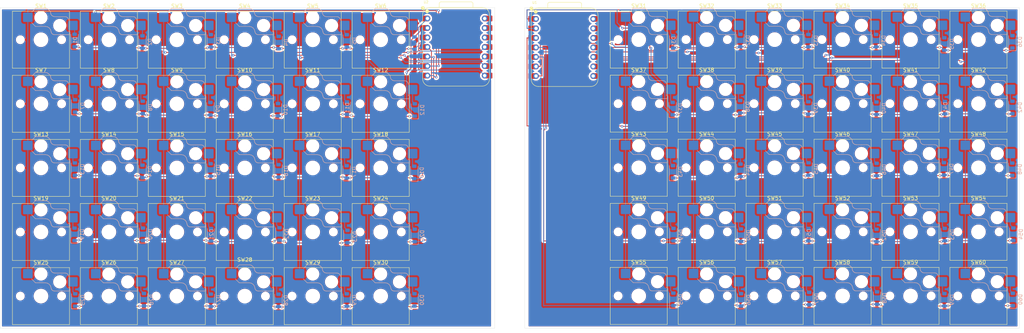
<source format=kicad_pcb>
(kicad_pcb (version 20241229) (generator "pcbnew") (generator_version "9.0")
  (layers (0 "F.Cu" signal) (2 "B.Cu" signal) (13 "F.Paste" user) (15 "B.Paste" user) (5 "F.SilkS" user "F.Silkscreen") (7 "B.SilkS" user "B.Silkscreen") (1 "F.Mask" user) (3 "B.Mask" user) (25 "Edge.Cuts" user))
  (net 0 "")
  (net 1 "Net-(D1-A)")
  (net 2 "/row 0")
  (net 3 "Net-(D2-A)")
  (net 4 "Net-(D3-A)")
  (net 5 "Net-(D4-A)")
  (net 6 "Net-(D5-A)")
  (net 7 "Net-(D6-A)")
  (net 8 "/row 1")
  (net 9 "Net-(D7-A)")
  (net 10 "Net-(D8-A)")
  (net 11 "Net-(D9-A)")
  (net 12 "Net-(D10-A)")
  (net 13 "Net-(D11-A)")
  (net 14 "Net-(D12-A)")
  (net 15 "Net-(D13-A)")
  (net 16 "/row 2")
  (net 17 "Net-(D14-A)")
  (net 18 "Net-(D15-A)")
  (net 19 "Net-(D16-A)")
  (net 20 "Net-(D17-A)")
  (net 21 "Net-(D18-A)")
  (net 22 "/row 3")
  (net 23 "Net-(D19-A)")
  (net 24 "Net-(D20-A)")
  (net 25 "Net-(D21-A)")
  (net 26 "Net-(D22-A)")
  (net 27 "Net-(D23-A)")
  (net 28 "Net-(D24-A)")
  (net 29 "/row 4")
  (net 30 "Net-(D25-A)")
  (net 31 "Net-(D26-A)")
  (net 32 "Net-(D27-A)")
  (net 33 "Net-(D28-A)")
  (net 34 "Net-(D29-A)")
  (net 35 "Net-(D30-A)")
  (net 36 "Net-(D31-A)")
  (net 37 "/row 0 2")
  (net 38 "/row 1 2")
  (net 39 "Net-(D32-A)")
  (net 40 "/row 2 2")
  (net 41 "Net-(D33-A)")
  (net 42 "Net-(D34-A)")
  (net 43 "/row 3 2")
  (net 44 "/row 4 2")
  (net 45 "Net-(D35-A)")
  (net 46 "Net-(D36-A)")
  (net 47 "Net-(D37-A)")
  (net 48 "Net-(D38-A)")
  (net 49 "Net-(D39-A)")
  (net 50 "Net-(D40-A)")
  (net 51 "Net-(D41-A)")
  (net 52 "Net-(D42-A)")
  (net 53 "Net-(D43-A)")
  (net 54 "Net-(D44-A)")
  (net 55 "Net-(D45-A)")
  (net 56 "Net-(D46-A)")
  (net 57 "Net-(D47-A)")
  (net 58 "Net-(D48-A)")
  (net 59 "Net-(D49-A)")
  (net 60 "Net-(D50-A)")
  (net 61 "Net-(D51-A)")
  (net 62 "Net-(D52-A)")
  (net 63 "Net-(D53-A)")
  (net 64 "Net-(D54-A)")
  (net 65 "Net-(D55-A)")
  (net 66 "Net-(D56-A)")
  (net 67 "Net-(D57-A)")
  (net 68 "Net-(D58-A)")
  (net 69 "Net-(D59-A)")
  (net 70 "Net-(D60-A)")
  (net 71 "/collumn 1")
  (net 72 "/collumn 2")
  (net 73 "/collumn 3")
  (net 74 "/collumn 4")
  (net 75 "/collumn 5")
  (net 76 "/collumn 0")
  (net 77 "/collumn 0 2")
  (net 78 "/collumn 1 2")
  (net 79 "/collumn 2 2")
  (net 80 "/collumn 3 2")
  (net 81 "/collumn 4 2")
  (net 82 "/collumn 5 2")
  (net 83 "GND1")
  (net 85 "GND")
  (footprint "ScottoKeebs_Hotswap:Hotswap_Choc_V1_1.00u" (layer "F.Cu") (at 267.49 96.92)
    (property "Reference" "SW58")
    (property "Value" "SW_Push_45deg")
  )
  (footprint "ScottoKeebs_Hotswap:Hotswap_Choc_V1_1.00u" (layer "F.Cu") (at 126.34 79.86)
    (property "Reference" "SW23")
    (property "Value" "SW_Push_45deg")
  )
  (footprint "ScottoKeebs_Hotswap:Hotswap_Choc_V1_1.00u" (layer "F.Cu") (at 285.59 28.52)
    (property "Reference" "SW35")
    (property "Value" "SW_Push_45deg")
  )
  (footprint "ScottoKeebs_Hotswap:Hotswap_Choc_V1_1.00u" (layer "F.Cu") (at 144.44 45.66)
    (property "Reference" "SW12")
    (property "Value" "SW_Push_45deg")
  )
  (footprint "ScottoKeebs_Hotswap:Hotswap_Choc_V1_1.00u" (layer "F.Cu") (at 249.39 45.62)
    (property "Reference" "SW39")
    (property "Value" "SW_Push_45deg")
  )
  (footprint "ScottoKeebs_Hotswap:Hotswap_Choc_V1_1.00u" (layer "F.Cu") (at 108.24 79.86)
    (property "Reference" "SW22")
    (property "Value" "SW_Push_45deg")
  )
  (footprint "ScottoKeebs_Hotswap:Hotswap_Choc_V1_1.00u" (layer "F.Cu") (at 126.34 28.56)
    (property "Reference" "SW5")
    (property "Value" "SW_Push_45deg")
  )
  (footprint "ScottoKeebs_Hotswap:Hotswap_Choc_V1_1.00u" (layer "F.Cu") (at 72.04 28.56)
    (property "Reference" "SW2")
    (property "Value" "SW_Push_45deg")
  )
  (footprint "ScottoKeebs_Hotswap:Hotswap_Choc_V1_1.00u" (layer "F.Cu") (at 53.94 62.76)
    (property "Reference" "SW13")
    (property "Value" "SW_Push_45deg")
  )
  (footprint "ScottoKeebs_Hotswap:Hotswap_Choc_V1_1.00u" (layer "F.Cu") (at 213.19 62.72)
    (property "Reference" "SW43")
    (property "Value" "SW_Push_45deg")
  )
  (footprint "ScottoKeebs_Hotswap:Hotswap_Choc_V1_1.00u" (layer "F.Cu") (at 267.49 62.72)
    (property "Reference" "SW46")
    (property "Value" "SW_Push_45deg")
  )
  (footprint "ScottoKeebs_Hotswap:Hotswap_Choc_V1_1.00u" (layer "F.Cu") (at 231.29 96.92)
    (property "Reference" "SW56")
    (property "Value" "SW_Push_45deg")
  )
  (footprint "ScottoKeebs_Hotswap:Hotswap_Choc_V1_1.00u" (layer "F.Cu") (at 53.94 79.86)
    (property "Reference" "SW19")
    (property "Value" "SW_Push_45deg")
  )
  (footprint "ScottoKeebs_Hotswap:Hotswap_Choc_V1_1.00u" (layer "F.Cu") (at 213.19 28.52)
    (property "Reference" "SW31")
    (property "Value" "SW_Push_45deg")
  )
  (footprint "ScottoKeebs_Hotswap:Hotswap_Choc_V1_1.00u" (layer "F.Cu") (at 108.24 62.76)
    (property "Reference" "SW16")
    (property "Value" "SW_Push_45deg")
  )
  (footprint "ScottoKeebs_Hotswap:Hotswap_Choc_V1_1.00u" (layer "F.Cu") (at 213.19 79.82)
    (property "Reference" "SW49")
    (property "Value" "SW_Push_45deg")
  )
  (footprint "ScottoKeebs_Hotswap:Hotswap_Choc_V1_1.00u" (layer "F.Cu") (at 126.34 96.96)
    (property "Reference" "SW29")
    (property "Value" "SW_Push_45deg")
  )
  (footprint "ScottoKeebs_Hotswap:Hotswap_Choc_V1_1.00u" (layer "F.Cu") (at 267.49 28.52)
    (property "Reference" "SW34")
    (property "Value" "SW_Push_45deg")
  )
  (footprint "ScottoKeebs_Hotswap:Hotswap_Choc_V1_1.00u" (layer "F.Cu") (at 267.49 79.82)
    (property "Reference" "SW52")
    (property "Value" "SW_Push_45deg")
  )
  (footprint "ScottoKeebs_Hotswap:Hotswap_Choc_V1_1.00u" (layer "F.Cu") (at 108.24 45.66)
    (property "Reference" "SW10")
    (property "Value" "SW_Push_45deg")
  )
  (footprint "ScottoKeebs_Hotswap:Hotswap_Choc_V1_1.00u" (layer "F.Cu") (at 231.29 28.52)
    (property "Reference" "SW32")
    (property "Value" "SW_Push_45deg")
  )
  (footprint "ScottoKeebs_Hotswap:Hotswap_Choc_V1_1.00u" (layer "F.Cu") (at 53.94 45.66)
    (property "Reference" "SW7")
    (property "Value" "SW_Push_45deg")
  )
  (footprint "ScottoKeebs_Hotswap:Hotswap_Choc_V1_1.00u" (layer "F.Cu") (at 231.29 62.72)
    (property "Reference" "SW44")
    (property "Value" "SW_Push_45deg")
  )
  (footprint "ScottoKeebs_Hotswap:Hotswap_Choc_V1_1.00u" (layer "F.Cu") (at 285.59 45.62)
    (property "Reference" "SW41")
    (property "Value" "SW_Push_45deg")
  )
  (footprint "ScottoKeebs_Hotswap:Hotswap_Choc_V1_1.00u" (layer "F.Cu") (at 144.44 28.56)
    (property "Reference" "SW6")
    (property "Value" "SW_Push_45deg")
  )
  (footprint "ScottoKeebs_Hotswap:Hotswap_Choc_V1_1.00u" (layer "F.Cu") (at 303.69 28.52)
    (property "Reference" "SW36")
    (property "Value" "SW_Push_45deg")
  )
  (footprint "ScottoKeebs_Hotswap:Hotswap_Choc_V1_1.00u" (layer "F.Cu") (at 303.69 45.62)
    (property "Reference" "SW42")
    (property "Value" "SW_Push_45deg")
  )
  (footprint "ScottoKeebs_Hotswap:Hotswap_Choc_V1_1.00u" (layer "F.Cu") (at 249.39 79.82)
    (property "Reference" "SW51")
    (property "Value" "SW_Push_45deg")
  )
  (footprint "ScottoKeebs_Hotswap:Hotswap_Choc_V1_1.00u" (layer "F.Cu") (at 90.14 28.56)
    (property "Reference" "SW3")
    (property "Value" "SW_Push_45deg")
  )
  (footprint "ScottoKeebs_Hotswap:Hotswap_Choc_V1_1.00u" (layer "F.Cu") (at 303.69 62.72)
    (property "Reference" "SW48")
    (property "Value" "SW_Push_45deg")
  )
  (footprint "ScottoKeebs_Hotswap:Hotswap_Choc_V1_1.00u" (layer "F.Cu") (at 144.44 62.76)
    (property "Reference" "SW18")
    (property "Value" "SW_Push_45deg")
  )
  (footprint "ScottoKeebs_Hotswap:Hotswap_Choc_V1_1.00u" (layer "F.Cu") (at 249.39 28.52)
    (property "Reference" "SW33")
    (property "Value" "SW_Push_45deg")
  )
  (footprint "ScottoKeebs_Hotswap:Hotswap_Choc_V1_1.00u" (layer "F.Cu") (at 144.44 79.86)
    (property "Reference" "SW24")
    (property "Value" "SW_Push_45deg")
  )
  (footprint "ScottoKeebs_Hotswap:Hotswap_Choc_V1_1.00u" (layer "F.Cu") (at 108.24 96.96)
    (property "Reference" "SW28")
    (property "Value" "SW_Push_45deg")
  )
  (footprint "ScottoKeebs_Hotswap:Hotswap_Choc_V1_1.00u" (layer "F.Cu") (at 303.69 79.82)
    (property "Reference" "SW54")
    (property "Value" "SW_Push_45deg")
  )
  (footprint "ScottoKeebs_Hotswap:Hotswap_Choc_V1_1.00u" (layer "F.Cu") (at 213.19 96.92)
    (property "Reference" "SW55")
    (property "Value" "SW_Push_45deg")
  )
  (footprint "ScottoKeebs_Hotswap:Hotswap_Choc_V1_1.00u" (layer "F.Cu") (at 267.49 45.62)
    (property "Reference" "SW40")
    (property "Value" "SW_Push_45deg")
  )
  (footprint "ScottoKeebs_Hotswap:Hotswap_Choc_V1_1.00u" (layer "F.Cu") (at 303.69 96.92)
    (property "Reference" "SW60")
    (property "Value" "SW_Push_45deg")
  )
  (footprint "ScottoKeebs_Hotswap:Hotswap_Choc_V1_1.00u" (layer "F.Cu") (at 231.29 45.62)
    (property "Reference" "SW38")
    (property "Value" "SW_Push_45deg")
  )
  (footprint "ScottoKeebs_Hotswap:Hotswap_Choc_V1_1.00u" (layer "F.Cu") (at 72.04 62.76)
    (property "Reference" "SW14")
    (property "Value" "SW_Push_45deg")
  )
  (footprint "ScottoKeebs_Hotswap:Hotswap_Choc_V1_1.00u" (layer "F.Cu") (at 285.59 62.72)
    (property "Reference" "SW47")
    (property "Value" "SW_Push_45deg")
  )
  (footprint "ScottoKeebs_Hotswap:Hotswap_Choc_V1_1.00u" (layer "F.Cu") (at 144.44 96.96)
    (property "Reference" "SW30")
    (property "Value" "SW_Push_45deg")
  )
  (footprint "ScottoKeebs_Hotswap:Hotswap_Choc_V1_1.00u" (layer "F.Cu") (at 53.94 28.56)
    (property "Reference" "SW1")
    (property "Value" "SW_Push_45deg")
  )
  (footprint "ScottoKeebs_Hotswap:Hotswap_Choc_V1_1.00u" (layer "F.Cu") (at 72.04 45.66)
    (property "Reference" "SW8")
    (property "Value" "SW_Push_45deg")
  )
  (footprint "ScottoKeebs_Hotswap:Hotswap_Choc_V1_1.00u" (layer "F.Cu") (at 126.34 45.66)
    (property "Reference" "SW11")
    (property "Value" "SW_Push_45deg")
  )
  (footprint "ScottoKeebs_Hotswap:Hotswap_Choc_V1_1.00u" (layer "F.Cu") (at 90.14 45.66)
    (property "Reference" "SW9")
    (property "Value" "SW_Push_45deg")
  )
  (footprint "ScottoKeebs_Hotswap:Hotswap_Choc_V1_1.00u" (layer "F.Cu") (at 72.04 79.86)
    (property "Reference" "SW20")
    (property "Value" "SW_Push_45deg")
  )
  (footprint "ScottoKeebs_Hotswap:Hotswap_Choc_V1_1.00u" (layer "F.Cu") (at 231.29 79.82)
    (property "Reference" "SW50")
    (property "Value" "SW_Push_45deg")
  )
  (footprint "ScottoKeebs_Hotswap:Hotswap_Choc_V1_1.00u" (layer "F.Cu") (at 90.14 62.76)
    (property "Reference" "SW15")
    (property "Value" "SW_Push_45deg")
  )
  (footprint "ScottoKeebs_Hotswap:Hotswap_Choc_V1_1.00u" (layer "F.Cu") (at 285.59 79.82)
    (property "Reference" "SW53")
    (property "Value" "SW_Push_45deg")
  )
  (footprint "ScottoKeebs_Hotswap:Hotswap_Choc_V1_1.00u" (layer "F.Cu") (at 90.14 96.96)
    (property "Reference" "SW27")
    (property "Value" "SW_Push_45deg")
  )
  (footprint "ScottoKeebs_Hotswap:Hotswap_Choc_V1_1.00u" (layer "F.Cu") (at 126.34 62.76)
    (property "Reference" "SW17")
    (property "Value" "SW_Push_45deg")
  )
  (footprint "ScottoKeebs_Hotswap:Hotswap_Choc_V1_1.00u" (layer "F.Cu") (at 249.39 96.92)
    (property "Reference" "SW57")
    (property "Value" "SW_Push_45deg")
  )
  (footprint "ScottoKeebs_Hotswap:Hotswap_Choc_V1_1.00u" (layer "F.Cu") (at 90.14 79.86)
    (property "Reference" "SW21")
    (property "Value" "SW_Push_45deg")
  )
  (footprint "ScottoKeebs_Hotswap:Hotswap_Choc_V1_1.00u" (layer "F.Cu") (at 285.59 96.92)
    (property "Reference" "SW59")
    (property "Value" "SW_Push_45deg")
  )
  (footprint "XIAO-:XIAO-nRF52840-DIP" (layer "F.Cu") (at 193.44 30.6185)
    (property "Reference" "U1")
    (property "Value" "XIAO-nRF52840-DIP")
  )
  (footprint "ScottoKeebs_Hotswap:Hotswap_Choc_V1_1.00u" (layer "F.Cu") (at 72.04 96.96)
    (property "Reference" "SW26")
    (property "Value" "SW_Push_45deg")
  )
  (footprint "ScottoKeebs_Hotswap:Hotswap_Choc_V1_1.00u" (layer "F.Cu") (at 53.94 96.96)
    (property "Reference" "SW25")
    (property "Value" "SW_Push_45deg")
  )
  (footprint "ScottoKeebs_Hotswap:Hotswap_Choc_V1_1.00u" (layer "F.Cu") (at 213.19 45.62)
    (property "Reference" "SW37")
    (property "Value" "SW_Push_45deg")
  )
  (footprint "XIAO-:XIAO-nRF52840-DIP" (layer "F.Cu") (at 164.52 30.51)
    (property "Reference" "U2")
    (property "Value" "XIAO-nRF52840-DIP")
  )
  (footprint "ScottoKeebs_Hotswap:Hotswap_Choc_V1_1.00u" (layer "F.Cu") (at 249.39 62.72)
    (property "Reference" "SW45")
    (property "Value" "SW_Push_45deg")
  )
  (footprint "ScottoKeebs_Hotswap:Hotswap_Choc_V1_1.00u" (layer "F.Cu") (at 108.24 28.56)
    (property "Reference" "SW4")
    (property "Value" "SW_Push_45deg")
  )
  (footprint "Diode_SMD:D_SOD-123" (layer "B.Cu") (at 294.69 80.54 90)
    (property "Reference" "D53")
    (property "Value" "D")
  )
  (footprint "Diode_SMD:D_SOD-123" (layer "B.Cu") (at 80.98 63.69 90)
    (property "Reference" "D14")
    (property "Value" "D")
  )
  (footprint "Diode_SMD:D_SOD-123" (layer "B.Cu") (at 81.05 46.61 90)
    (property "Reference" "D8")
    (property "Value" "D")
  )
  (footprint "Diode_SMD:D_SOD-123" (layer "B.Cu") (at 63.03 46.2175 90)
    (property "Reference" "D7")
    (property "Value" "D")
  )
  (footprint "Diode_SMD:D_SOD-123" (layer "B.Cu") (at 222.22 46.9275 90)
    (property "Reference" "D37")
    (property "Value" "D")
  )
  (footprint "Diode_SMD:D_SOD-123" (layer "B.Cu") (at 294.49 63 90)
    (property "Reference" "D47")
    (property "Value" "D")
  )
  (footprint "Diode_SMD:D_SOD-123" (layer "B.Cu") (at 294.62 97.9375 90)
    (property "Reference" "D59")
    (property "Value" "D")
  )
  (footprint "Diode_SMD:D_SOD-123" (layer "B.Cu") (at 258.37 28.7975 90)
    (property "Reference" "D33")
    (property "Value" "D")
  )
  (footprint "Diode_SMD:D_SOD-123" (layer "B.Cu") (at 312.98 80.4475 90)
    (property "Reference" "D54")
    (property "Value" "D")
  )
  (footprint "Diode_SMD:D_SOD-123" (layer "B.Cu") (at 258.39 80.57 90)
    (property "Reference" "D51")
    (property "Value" "D")
  )
  (footprint "Diode_SMD:D_SOD-123" (layer "B.Cu") (at 312.74 46.63 90)
    (property "Reference" "D42")
    (property "Value" "D")
  )
  (footprint "Diode_SMD:D_SOD-123" (layer "B.Cu") (at 294.75 46.6875 90)
    (property "Reference" "D41")
    (property "Value" "D")
  )
  (footprint "Diode_SMD:D_SOD-123" (layer "B.Cu") (at 240.43 97.96 90)
    (property "Reference" "D56")
    (property "Value" "D")
  )
  (footprint "Diode_SMD:D_SOD-123" (layer "B.Cu") (at 80.97 29.1675 90)
    (property "Reference" "D2")
    (property "Value" "D")
  )
  (footprint "Diode_SMD:D_SOD-123" (layer "B.Cu") (at 99.18 28.8375 90)
    (property "Reference" "D3")
    (property "Value" "D")
  )
  (footprint "Diode_SMD:D_SOD-123" (layer "B.Cu") (at 135.59 81.06 90)
    (property "Reference" "D23")
    (property "Value" "D")
  )
  (footprint "Diode_SMD:D_SOD-123" (layer "B.Cu") (at 99.23 80.59 90)
    (property "Reference" "D21")
    (property "Value" "D")
  )
  (footprint "Diode_SMD:D_SOD-123" (layer "B.Cu") (at 153.44 29.47 90)
    (property "Reference" "D6" (hide yes))
    (property "Value" "D")
  )
  (footprint "Diode_SMD:D_SOD-123" (layer "B.Cu") (at 99.13 63.29 90)
    (property "Reference" "D15")
    (property "Value" "D")
  )
  (footprint "Diode_SMD:D_SOD-123" (layer "B.Cu") (at 99.07 46.9575 90)
    (property "Reference" "D9")
    (property "Value" "D")
  )
  (footprint "Diode_SMD:D_SOD-123" (layer "B.Cu") (at 240.26 28.7575 90)
    (property "Reference" "D32")
    (property "Value" "D")
  )
  (footprint "Diode_SMD:D_SOD-123" (layer "B.Cu") (at 135.39 98 90)
    (property "Reference" "D29")
    (property "Value" "D")
  )
  (footprint "Diode_SMD:D_SOD-123" (layer "B.Cu") (at 117.08 47.2275 90)
    (property "Reference" "D10")
    (property "Value" "D")
  )
  (footprint "Diode_SMD:D_SOD-123" (layer "B.Cu") (at 240.29 63.3875 90)
    (property "Reference" "D44")
    (property "Value" "D")
  )
  (footprint "Diode_SMD:D_SOD-123" (layer "B.Cu") (at 276.54 80.78 90)
    (property "Reference" "D52")
    (property "Value" "D")
  )
  (footprint "Diode_SMD:D_SOD-123" (layer "B.Cu") (at 117.19 98.1 90)
    (property "Reference" "D28")
    (property "Value" "D")
  )
  (footprint "Diode_SMD:D_SOD-123" (layer "B.Cu") (at 222.41 97.82 90)
    (property "Reference" "D55")
    (property "Value" "D")
  )
  (footprint "Diode_SMD:D_SOD-123" (layer "B.Cu") (at 222.44 80.56 90)
    (property "Reference" "D49")
    (property "Value" "D")
  )
  (footprint "Diode_SMD:D_SOD-123" (layer "B.Cu") (at 258.42 63.0375 90)
    (property "Reference" "D45")
    (property "Value" "D")
  )
  (footprint "Diode_SMD:D_SOD-123" (layer "B.Cu") (at 276.52 46.84 90)
    (property "Reference" "D40")
    (property "Value" "D")
  )
  (footprint "Diode_SMD:D_SOD-123" (layer "B.Cu") (at 240.21 46.43 90)
    (property "Reference" "D38")
    (property "Value" "D")
  )
  (footprint "Diode_SMD:D_SOD-123" (layer "B.Cu") (at 117.48 80.38 90)
    (property "Reference" "D22")
    (property "Value" "D")
  )
  (footprint "Diode_SMD:D_SOD-123" (layer "B.Cu") (at 153.52 47.2975 90)
    (property "Reference" "D12")
    (property "Value" "D")
  )
  (footprint "Diode_SMD:D_SOD-123" (layer "B.Cu") (at 276.56 63.1775 90)
    (property "Reference" "D46")
    (property "Value" "D")
  )
  (footprint "Diode_SMD:D_SOD-123" (layer "B.Cu") (at 117.22 63.55 90)
    (property "Reference" "D16")
    (property "Value" "D")
  )
  (footprint "Diode_SMD:D_SOD-123" (layer "B.Cu") (at 312.84 97.86 90)
    (property "Reference" "D60")
    (property "Value" "D")
  )
  (footprint "Diode_SMD:D_SOD-123" (layer "B.Cu") (at 99.18 98.0775 90)
    (property "Reference" "D27")
    (property "Value" "D")
  )
  (footprint "Diode_SMD:D_SOD-123" (layer "B.Cu") (at 258.58 97.5975 90)
    (property "Reference" "D57")
    (property "Value" "D")
  )
  (footprint "Diode_SMD:D_SOD-123" (layer "B.Cu") (at 135.37 63.82 90)
    (property "Reference" "D17")
    (property "Value" "D")
  )
  (footprint "Diode_SMD:D_SOD-123" (layer "B.Cu") (at 81.37 97.91 90)
    (property "Reference" "D26")
    (property "Value" "D")
  )
  (footprint "Diode_SMD:D_SOD-123" (layer "B.Cu") (at 63.07 98 90)
    (property "Reference" "D25")
    (property "Value" "D")
  )
  (footprint "Diode_SMD:D_SOD-123" (layer "B.Cu") (at 312.7 63.12 90)
    (property "Reference" "D48")
    (property "Value" "D")
  )
  (footprint "Diode_SMD:D_SOD-123" (layer "B.Cu") (at 222.3 63.7975 90)
    (property "Reference" "D43")
    (property "Value" "D")
  )
  (footprint "Diode_SMD:D_SOD-123" (layer "B.Cu") (at 240.4 80.7 90)
    (property "Reference" "D50")
    (property "Value" "D")
  )
  (footprint "Diode_SMD:D_SOD-123" (layer "B.Cu") (at 153.39 63.96 90)
    (property "Reference" "D18")
    (property "Value" "D")
  )
  (footprint "Diode_SMD:D_SOD-123" (layer "B.Cu") (at 81.1 80.46 90)
    (property "Reference" "D20")
    (property "Value" "D")
  )
  (footprint "Diode_SMD:D_SOD-123" (layer "B.Cu") (at 276.67 97.48 90)
    (property "Reference" "D58")
    (property "Value" "D")
  )
  (footprint "Diode_SMD:D_SOD-123" (layer "B.Cu") (at 135.39 28.8675 90)
    (property "Reference" "D5")
    (property "Value" "D")
  )
  (footprint "Diode_SMD:D_SOD-123" (layer "B.Cu") (at 117.25 29.31 90)
    (property "Reference" "D4")
    (property "Value" "D")
  )
  (footprint "Diode_SMD:D_SOD-123" (layer "B.Cu") (at 222.35 29.14 90)
    (property "Reference" "D31")
    (property "Value" "D")
  )
  (footprint "Diode_SMD:D_SOD-123" (layer "B.Cu") (at 312.74 29.12 90)
    (property "Reference" "D36")
    (property "Value" "D")
  )
  (footprint "Diode_SMD:D_SOD-123" (layer "B.Cu") (at 294.59 29.69 90)
    (property "Reference" "D35")
    (property "Value" "D")
  )
  (footprint "Diode_SMD:D_SOD-123" (layer "B.Cu") (at 62.87 80.4675 90)
    (property "Reference" "D19")
    (property "Value" "D")
  )
  (footprint "Diode_SMD:D_SOD-123" (layer "B.Cu") (at 135.44 46.81 90)
    (property "Reference" "D11")
    (property "Value" "D")
  )
  (footprint "Diode_SMD:D_SOD-123" (layer "B.Cu") (at 62.9 28.75 90)
    (property "Reference" "D1")
    (property "Value" "D")
  )
  (footprint "Diode_SMD:D_SOD-123" (layer "B.Cu") (at 258.36 46.7675 90)
    (property "Reference" "D39")
    (property "Value" "D")
  )
  (footprint "Diode_SMD:D_SOD-123" (layer "B.Cu") (at 153.44 97.98 90)
    (property "Reference" "D30")
    (property "Value" "D")
  )
  (footprint "Diode_SMD:D_SOD-123" (layer "B.Cu") (at 62.96 63.08 90)
    (property "Reference" "D13")
    (property "Value" "D")
  )
  (footprint "Diode_SMD:D_SOD-123" (layer "B.Cu") (at 153.5 80.77 90)
    (property "Reference" "D24")
    (property "Value" "D")
  )
  (footprint "Diode_SMD:D_SOD-123" (layer "B.Cu") (at 276.41 28.7975 90)
    (property "Reference" "D34")
    (property "Value" "D")
  )
  (gr_line (start 314.59 105.52) (end 182.84 105.52) (stroke (width 0.05)) (layer "Edge.Cuts"))
  (gr_line (start 182.84 19.97) (end 182.84 24.97) (stroke (width 0.05)) (layer "Edge.Cuts"))
  (gr_line (start 43.05 19.97) (end 174.84 19.97) (stroke (width 0.05)) (layer "Edge.Cuts"))
  (gr_line (start 174.84 25.47) (end 174.84 24.97) (stroke (width 0.05)) (layer "Edge.Cuts"))
  (gr_line (start 174.84 105.56) (end 43.05 105.56) (stroke (width 0.05)) (layer "Edge.Cuts"))
  (gr_line (start 314.59 19.97) (end 314.59 105.52) (stroke (width 0.05)) (layer "Edge.Cuts"))
  (gr_line (start 182.84 105.52) (end 182.84 24.97) (stroke (width 0.05)) (layer "Edge.Cuts"))
  (gr_line (start 174.84 94.97) (end 174.84 25.47) (stroke (width 0.05)) (layer "Edge.Cuts"))
  (gr_line (start 174.84 105.56) (end 174.84 94.97) (stroke (width 0.05)) (layer "Edge.Cuts"))
  (gr_line (start 43.05 105.56) (end 43.05 19.97) (stroke (width 0.05)) (layer "Edge.Cuts"))
  (gr_line (start 174.84 19.97) (end 174.84 24.97) (stroke (width 0.05)) (layer "Edge.Cuts"))
  (gr_line (start 182.84 19.97) (end 314.59 19.97) (stroke (width 0.05)) (layer "Edge.Cuts"))
  (segment (start 62.9 27.1) (end 62.9 25.22) (width 0.2) (layer "B.Cu") (net 1))
  (segment (start 62.9 25.22) (end 62.44 24.76) (width 0.2) (layer "B.Cu") (net 1))
  (segment (start 118.1 30.87) (end 134.27 30.87) (width 0.2) (layer "F.Cu") (net 2))
  (segment (start 64.15 30.71) (end 80.04 30.71) (width 0.2) (layer "F.Cu") (net 2))
  (segment (start 100.376 30.636) (end 115.864 30.636) (width 0.2) (layer "F.Cu") (net 2))
  (segment (start 136.54 30.98) (end 151.87 30.98) (width 0.2) (layer "F.Cu") (net 2))
  (segment (start 151.87 30.98) (end 151.9 30.95) (width 0.2) (layer "F.Cu") (net 2))
  (segment (start 98.14 30.84) (end 98.27 30.71) (width 0.2) (layer "F.Cu") (net 2))
  (segment (start 134.27 30.87) (end 134.3 30.84) (width 0.2) (layer "F.Cu") (net 2))
  (segment (start 81.84 30.84) (end 98.14 30.84) (width 0.2) (layer "F.Cu") (net 2))
  (segment (start 136.31 30.75) (end 136.54 30.98) (width 0.2) (layer "F.Cu") (net 2))
  (segment (start 115.864 30.636) (end 115.88 30.62) (width 0.2) (layer "F.Cu") (net 2))
  (segment (start 63.84 30.4) (end 64.15 30.71) (width 0.2) (layer "F.Cu") (net 2))
  (segment (start 100.23 30.49) (end 100.376 30.636) (width 0.2) (layer "F.Cu") (net 2))
  (via (at 118.1 30.87) (size 0.6) (drill 0.3) (layers "F.Cu" "B.Cu") (net 2))
  (via (at 81.84 30.84) (size 0.6) (drill 0.3) (layers "F.Cu" "B.Cu") (net 2))
  (via (at 134.3 30.84) (size 0.6) (drill 0.3) (layers "F.Cu" "B.Cu") (net 2))
  (via (at 115.88 30.62) (size 0.6) (drill 0.3) (layers "F.Cu" "B.Cu") (net 2))
  (via (at 63.84 30.4) (size 0.6) (drill 0.3) (layers "F.Cu" "B.Cu") (net 2))
  (via (at 136.31 30.75) (size 0.6) (drill 0.3) (layers "F.Cu" "B.Cu") (net 2))
  (via (at 80.04 30.71) (size 0.6) (drill 0.3) (layers "F.Cu" "B.Cu") (net 2))
  (via (at 98.27 30.71) (size 0.6) (drill 0.3) (layers "F.Cu" "B.Cu") (net 2))
  (via (at 100.23 30.49) (size 0.6) (drill 0.3) (layers "F.Cu" "B.Cu") (net 2))
  (via (at 151.9 30.95) (size 0.6) (drill 0.3) (layers "F.Cu" "B.Cu") (net 2))
  (segment (start 100.2275 30.4875) (end 100.23 30.49) (width 0.2) (layer "B.Cu") (net 2))
  (segment (start 115.88 30.62) (end 116.91 30.62) (width 0.2) (layer "B.Cu") (net 2))
  (segment (start 134.3 30.84) (end 135.0675 30.84) (width 0.2) (layer "B.Cu") (net 2))
  (segment (start 80.97 30.8175) (end 81.8175 30.8175) (width 0.2) (layer "B.Cu") (net 2))
  (segment (start 154.516 25.274) (end 154.516 30.044) (width 0.2) (layer "B.Cu") (net 2))
  (segment (start 135.0675 30.84) (end 135.39 30.5175) (width 0.2) (layer "B.Cu") (net 2))
  (segment (start 99.18 30.4875) (end 100.2275 30.4875) (width 0.2) (layer "B.Cu") (net 2))
  (segment (start 151.9 30.95) (end 153.27 30.95) (width 0.2) (layer "B.Cu") (net 2))
  (segment (start 81.8175 30.8175) (end 81.84 30.84) (width 0.2) (layer "B.Cu") (net 2))
  (segment (start 98.9575 30.71) (end 99.18 30.4875) (width 0.2) (layer "B.Cu") (net 2))
  (segment (start 98.27 30.71) (end 98.9575 30.71) (width 0.2) (layer "B.Cu") (net 2))
  (segment (start 80.8625 30.71) (end 80.97 30.8175) (width 0.2) (layer "B.Cu") (net 2))
  (segment (start 117.25 30.96) (end 118.01 30.96) (width 0.2) (layer "B.Cu") (net 2))
  (segment (start 154.516 30.044) (end 153.44 31.12) (width 0.2) (layer "B.Cu") (net 2))
  (segment (start 156.9 22.89) (end 154.516 25.274) (width 0.2) (layer "B.Cu") (net 2))
  (segment (start 153.27 30.95) (end 153.44 31.12) (width 0.2) (layer "B.Cu") (net 2))
  (segment (start 80.04 30.71) (end 80.8625 30.71) (width 0.2) (layer "B.Cu") (net 2))
  (segment (start 136.0775 30.5175) (end 136.31 30.75) (width 0.2) (layer "B.Cu") (net 2))
  (segment (start 135.39 30.5175) (end 136.0775 30.5175) (width 0.2) (layer "B.Cu") (net 2))
  (segment (start 116.91 30.62) (end 117.25 30.96) (width 0.2) (layer "B.Cu") (net 2))
  (segment (start 118.01 30.96) (end 118.1 30.87) (width 0.2) (layer "B.Cu") (net 2))
  (segment (start 62.9 30.4) (end 63.84 30.4) (width 0.2) (layer "B.Cu") (net 2))
  (segment (start 80.97 25.19) (end 80.54 24.76) (width 0.2) (layer "B.Cu") (net 3))
  (segment (start 80.97 27.5175) (end 80.97 25.19) (width 0.2) (layer "B.Cu") (net 3))
  (segment (start 98.64 24.76) (end 98.64 26.6475) (width 0.2) (layer "B.Cu") (net 4))
  (segment (start 98.64 26.6475) (end 99.18 27.1875) (width 0.2) (layer "B.Cu") (net 4))
  (segment (start 116.74 27.15) (end 117.25 27.66) (width 0.2) (layer "B.Cu") (net 5))
  (segment (start 116.74 24.76) (end 116.74 27.15) (width 0.2) (layer "B.Cu") (net 5))
  (segment (start 134.84 26.6675) (end 135.39 27.2175) (width 0.2) (layer "B.Cu") (net 6))
  (segment (start 134.84 24.76) (end 134.84 26.6675) (width 0.2) (layer "B.Cu") (net 6))
  (segment (start 152.94 27.32) (end 153.44 27.82) (width 0.2) (layer "B.Cu") (net 7))
  (segment (start 152.94 24.76) (end 152.94 27.32) (width 0.2) (layer "B.Cu") (net 7))
  (segment (start 100.41 48.87) (end 100.38 48.84) (width 0.2) (layer "F.Cu") (net 8))
  (segment (start 118.49 48.47) (end 118 48.96) (width 0.2) (layer "F.Cu") (net 8))
  (segment (start 151.39 37.28) (end 152.501 36.169) (width 0.2) (layer "F.Cu") (net 8))
  (segment (start 152.11 48.98) (end 151.43 48.98) (width 0.2) (layer "F.Cu") (net 8))
  (segment (start 115.7 48.87) (end 100.41 48.87) (width 0.2) (layer "F.Cu") (net 8))
  (segment (start 152.501 36.169) (end 152.501 28.75137) (width 0.2) (layer "F.Cu") (net 8))
  (segment (start 152.501 28.75137) (end 155.82237 25.43) (width 0.2) (layer "F.Cu") (net 8))
  (segment (start 155.82237 25.43) (end 156.9 25.43) (width 0.2) (layer "F.Cu") (net 8))
  (segment (start 82.11 48.67) (end 82.07 48.63) (width 0.2) (layer "F.Cu") (net 8))
  (segment (start 80.05 48.34) (end 64.16 48.34) (width 0.2) (layer "F.Cu") (net 8))
  (segment (start 151.43 48.98) (end 136.96 48.98) (width 0.2) (layer "F.Cu") (net 8))
  (segment (start 64.16 48.34) (end 64.14 48.32) (width 0.2) (layer "F.Cu") (net 8))
  (segment (start 134.34 48.47) (end 118.49 48.47) (width 0.2) (layer "F.Cu") (net 8))
  (segment (start 136.96 48.98) (end 136.7 48.72) (width 0.2) (layer "F.Cu") (net 8))
  (segment (start 98.1 48.67) (end 82.11 48.67) (width 0.2) (layer "F.Cu") (net 8))
  (via (at 80.05 48.34) (size 0.6) (drill 0.3) (layers "F.Cu" "B.Cu") (net 8))
  (via (at 98.1 48.67) (size 0.6) (drill 0.3) (layers "F.Cu" "B.Cu") (net 8))
  (via (at 82.07 48.63) (size 0.6) (drill 0.3) (layers "F.Cu" "B.Cu") (net 8))
  (via (at 151.39 37.28) (size 0.6) (drill 0.3) (layers "F.Cu" "B.Cu") (net 8))
  (via (at 152.11 48.98) (size 0.6) (drill 0.3) (layers "F.Cu" "B.Cu") (net 8))
  (via (at 118 48.96) (size 0.6) (drill 0.3) (layers "F.Cu" "B.Cu") (net 8))
  (via (at 100.38 48.84) (size 0.6) (drill 0.3) (layers "F.Cu" "B.Cu") (net 8))
  (via (at 136.7 48.72) (size 0.6) (drill 0.3) (layers "F.Cu" "B.Cu") (net 8))
  (via (at 115.7 48.87) (size 0.6) (drill 0.3) (layers "F.Cu" "B.Cu") (net 8))
  (via (at 134.34 48.47) (size 0.6) (drill 0.3) (layers "F.Cu" "B.Cu") (net 8))
  (via (at 64.14 48.32) (size 0.6) (drill 0.3) (layers "F.Cu" "B.Cu") (net 8))
  (segment (start 81.05 48.26) (end 80.13 48.26) (width 0.2) (layer "B.Cu") (net 8))
  (segment (start 80.13 48.26) (end 80.05 48.34) (width 0.2) (layer "B.Cu") (net 8))
  (segment (start 100.38 48.84) (end 99.3025 48.84) (width 0.2) (layer "B.Cu") (net 8))
  (segment (start 98.1625 48.6075) (end 98.1 48.67) (width 0.2) (layer "B.Cu") (net 8))
  (segment (start 152.1425 48.9475) (end 152.11 48.98) (width 0.2) (layer "B.Cu") (net 8))
  (segment (start 115.7075 48.8775) (end 115.7 48.87) (width 0.2) (layer "B.Cu") (net 8))
  (segment (start 99.07 48.6075) (end 98.1625 48.6075) (width 0.2) (layer "B.Cu") (net 8))
  (segment (start 134.35 48.46) (end 134.34 48.47) (width 0.2) (layer "B.Cu") (net 8))
  (segment (start 135.44 48.46) (end 134.35 48.46) (width 0.2) (layer "B.Cu") (net 8))
  (segment (start 117.08 48.8775) (end 115.7075 48.8775) (width 0.2) (layer "B.Cu") (net 8))
  (segment (start 151.364 46.7915) (end 151.364 37.306) (width 0.2) (layer "B.Cu") (net 8))
  (segment (start 99.3025 48.84) (end 99.07 48.6075) (width 0.2) (layer "B.Cu") (net 8))
  (segment (start 64.14 48.32) (end 63.4825 48.32) (width 0.2) (layer "B.Cu") (net 8))
  (segment (start 136.7 48.72) (end 135.7 48.72) (width 0.2) (layer "B.Cu") (net 8))
  (segment (start 118 48.96) (end 117.1625 48.96) (width 0.2) (layer "B.Cu") (net 8))
  (segment (start 63.4825 48.32) (end 63.03 47.8675) (width 0.2) (layer "B.Cu") (net 8))
  (segment (start 153.52 48.9475) (end 152.1425 48.9475) (width 0.2) (layer "B.Cu") (net 8))
  (segment (start 153.52 48.9475) (end 151.364 46.7915) (width 0.2) (layer "B.Cu") (net 8))
  (segment (start 151.364 37.306) (end 151.39 37.28) (width 0.2) (layer "B.Cu") (net 8))
  (segment (start 82.07 48.63) (end 81.42 48.63) (width 0.2) (layer "B.Cu") (net 8))
  (segment (start 135.7 48.72) (end 135.44 48.46) (width 0.2) (layer "B.Cu") (net 8))
  (segment (start 81.42 48.63) (end 81.05 48.26) (width 0.2) (layer "B.Cu") (net 8))
  (segment (start 117.1625 48.96) (end 117.08 48.8775) (width 0.2) (layer "B.Cu") (net 8))
  (segment (start 62.44 43.9775) (end 63.03 44.5675) (width 0.2) (layer "B.Cu") (net 9))
  (segment (start 62.44 41.86) (end 62.44 43.9775) (width 0.2) (layer "B.Cu") (net 9))
  (segment (start 80.54 41.86) (end 80.54 44.45) (width 0.2) (layer "B.Cu") (net 10))
  (segment (start 80.54 44.45) (end 81.05 44.96) (width 0.2) (layer "B.Cu") (net 10))
  (segment (start 98.64 44.8775) (end 99.07 45.3075) (width 0.2) (layer "B.Cu") (net 11))
  (segment (start 98.64 41.86) (end 98.64 44.8775) (width 0.2) (layer "B.Cu") (net 11))
  (segment (start 117.08 45.5775) (end 117.08 42.2) (width 0.2) (layer "B.Cu") (net 12))
  (segment (start 117.08 42.2) (end 116.74 41.86) (width 0.2) (layer "B.Cu") (net 12))
  (segment (start 134.84 44.56) (end 135.44 45.16) (width 0.2) (layer "B.Cu") (net 13))
  (segment (start 134.84 41.86) (end 134.84 44.56) (width 0.2) (layer "B.Cu") (net 13))
  (segment (start 152.94 41.86) (end 152.94 45.0675) (width 0.2) (layer "B.Cu") (net 14))
  (segment (start 152.94 45.0675) (end 153.52 45.6475) (width 0.2) (layer "B.Cu") (net 14))
  (segment (start 62.44 58.96) (end 62.44 60.91) (width 0.2) (layer "B.Cu") (net 15))
  (segment (start 62.44 60.91) (end 62.96 61.43) (width 0.2) (layer "B.Cu") (net 15))
  (segment (start 136.26 65.41) (end 151.41 65.41) (width 0.2) (layer "F.Cu") (net 16))
  (segment (start 155.56 27.97) (end 156.9 27.97) (width 0.2) (layer "F.Cu") (net 16))
  (segment (start 118.28 65.19) (end 134.34 65.19) (width 0.2) (layer "F.Cu") (net 16))
  (segment (start 155.56 31.987) (end 155.56 31.573) (width 0.2) (layer "F.Cu") (net 16))
  (segment (start 154.548 31.311626) (end 154.548 29.708374) (width 0.2) (layer "F.Cu") (net 16))
  (segment (start 154.809374 29.447) (end 155.56 29.447) (width 0.2) (layer "F.Cu") (net 16))
  (segment (start 154.548 38.931626) (end 154.548 37.328374) (width 0.2) (layer "F.Cu") (net 16))
  (segment (start 154.809374 31.573) (end 154.548 31.311626) (width 0.2) (layer "F.Cu") (net 16))
  (segment (start 154.809374 31.987) (end 155.56 31.987) (width 0.2) (layer "F.Cu") (net 16))
  (segment (start 152.41 65.41) (end 152.43 65.43) (width 0.2) (layer "F.Cu") (net 16))
  (segment (start 155.56 37.067) (end 155.56 36.653) (width 0.2) (layer "F.Cu") (net 16))
  (segment (start 155.56 39.193) (end 154.809374 39.193) (width 0.2) (layer "F.Cu") (net 16))
  (segment (start 154.809374 34.113) (end 154.548 33.851626) (width 0.2) (layer "F.Cu") (net 16))
  (segment (start 98.1 65.09) (end 98.16 65.03) (width 0.2) (layer "F.Cu") (net 16))
  (segment (start 155.56 29.447) (end 155.56 27.97) (width 0.2) (layer "F.Cu") (net 16))
  (segment (start 82.07 65.09) (end 98.1 65.09) (width 0.2) (layer "F.Cu") (net 16))
  (segment (start 154.809374 34.527) (end 155.56 34.527) (width 0.2) (layer "F.Cu") (net 16))
  (segment (start 154.809374 37.067) (end 155.56 37.067) (width 0.2) (layer "F.Cu") (net 16))
  (segment (start 155.56 31.573) (end 154.809374 31.573) (width 0.2) (layer "F.Cu") (net 16))
  (segment (start 155.56 64.959) (end 155.56 39.193) (width 0.2) (layer "F.Cu") (net 16))
  (segment (start 154.548 37.328374) (end 154.809374 37.067) (width 0.2) (layer "F.Cu") (net 16))
  (segment (start 154.548 29.708374) (end 154.809374 29.447) (width 0.2) (layer "F.Cu") (net 16))
  (segment (start 154.548 33.851626) (end 154.548 32.248374) (width 0.2) (layer "F.Cu") (net 16))
  (segment (start 154.548 36.391626) (end 154.548 34.788374) (width 0.2) (layer "F.Cu") (net 16))
  (segment (start 155.56 34.113) (end 154.809374 34.113) (width 0.2) (layer "F.Cu") (net 16))
  (segment (start 154.809374 39.193) (end 154.548 38.931626) (width 0.2) (layer "F.Cu") (net 16))
  (segment (start 154.548 32.248374) (end 154.809374 31.987) (width 0.2) (layer "F.Cu") (net 16))
  (segment (start 64.02 64.74) (end 64.14 64.86) (width 0.2) (layer "F.Cu") (net 16))
  (segment (start 115.97 64.93) (end 116.21 65.17) (width 0.2) (layer "F.Cu") (net 16))
  (segment (start 64.14 64.86) (end 79.53 64.86) (width 0.2) (layer "F.Cu") (net 16))
  (segment (start 155.56 36.653) (end 154.809374 36.653) (width 0.2) (layer "F.Cu") (net 16))
  (segment (start 155.56 34.527) (end 155.56 34.113) (width 0.2) (layer "F.Cu") (net 16))
  (segment (start 154.809374 36.653) (end 154.548 36.391626) (width 0.2) (layer "F.Cu") (net 16))
  (segment (start 154.548 34.788374) (end 154.809374 34.527) (width 0.2) (layer "F.Cu") (net 16))
  (segment (start 155.459 65.06) (end 155.56 64.959) (width 0.2) (layer "F.Cu") (net 16))
  (segment (start 100.06 64.93) (end 115.97 64.93) (width 0.2) (layer "F.Cu") (net 16))
  (segment (start 155.459 65.06) (end 155.658 64.861) (width 0.2) (layer "F.Cu") (net 16))
  (segment (start 151.41 65.41) (end 152.41 65.41) (width 0.2) (layer "F.Cu") (net 16))
  (via (at 79.53 64.86) (size 0.6) (drill 0.3) (layers "F.Cu" "B.Cu") (net 16))
  (via (at 82.07 65.09) (size 0.6) (drill 0.3) (layers "F.Cu" "B.Cu") (net 16))
  (via (at 134.34 65.19) (size 0.6) (drill 0.3) (layers "F.Cu" "B.Cu") (net 16))
  (via (at 152.43 65.43) (size 0.6) (drill 0.3) (layers "F.Cu" "B.Cu") (net 16))
  (via (at 98.16 65.03) (size 0.6) (drill 0.3) (layers "F.Cu" "B.Cu") (net 16))
  (via (at 136.26 65.41) (size 0.6) (drill 0.3) (layers "F.Cu" "B.Cu") (net 16))
  (via (at 118.28 65.19) (size 0.6) (drill 0.3) (layers "F.Cu" "B.Cu") (net 16))
  (via (at 116.21 65.17) (size 0.6) (drill 0.3) (layers "F.Cu" "B.Cu") (net 16))
  (via (at 100.06 64.93) (size 0.6) (drill 0.3) (layers "F.Cu" "B.Cu") (net 16))
  (via (at 155.459 65.06) (size 0.6) (drill 0.3) (layers "F.Cu" "B.Cu") (net 16))
  (via (at 64.02 64.74) (size 0.6) (drill 0.3) (layers "F.Cu" "B.Cu") (net 16))
  (segment (start 153.39 65.61) (end 154.909 65.61) (width 0.2) (layer "B.Cu") (net 16))
  (segment (start 135.37 65.47) (end 136.2 65.47) (width 0.2) (layer "B.Cu") (net 16))
  (segment (start 117.22 65.2) (end 118.27 65.2) (width 0.2) (layer "B.Cu") (net 16))
  (segment (start 98.16 65.03) (end 99.04 65.03) (width 0.2) (layer "B.Cu") (net 16))
  (segment (start 117.19 65.17) (end 117.22 65.2) (width 0.2) (layer "B.Cu") (net 16))
  (segment (start 64.01 64.73) (end 64.02 64.74) (width 0.2) (layer "B.Cu") (net 16))
  (segment (start 135.09 65.19) (end 135.37 65.47) (width 0.2) (layer "B.Cu") (net 16))
  (segment (start 116.21 65.17) (end 117.19 65.17) (width 0.2) (layer "B.Cu") (net 16))
  (segment (start 152.43 65.43) (end 153.21 65.43) (width 0.2) (layer "B.Cu") (net 16))
  (segment (start 118.27 65.2) (end 118.28 65.19) (width 0.2) (layer "B.Cu") (net 16))
  (segment (start 80.5 64.86) (end 80.98 65.34) (width 0.2) (layer "B.Cu") (net 16))
  (segment (start 80.98 65.34) (end 81.82 65.34) (width 0.2) (layer "B.Cu") (net 16))
  (segment (start 99.04 65.03) (end 99.13 64.94) (width 0.2) (layer "B.Cu") (net 16))
  (segment (start 100.05 64.94) (end 100.06 64.93) (width 0.2) (layer "B.Cu") (net 16))
  (segment (start 153.21 65.43) (end 153.39 65.61) (width 0.2) (layer "B.Cu") (net 16))
  (segment (start 136.2 65.47) (end 136.26 65.41) (width 0.2) (layer "B.Cu") (net 16))
  (segment (start 62.96 64.73) (end 64.01 64.73) (width 0.2) (layer "B.Cu") (net 16))
  (segment (start 79.53 64.86) (end 80.5 64.86) (width 0.2) (layer "B.Cu") (net 16))
  (segment (start 154.909 65.61) (end 155.459 65.06) (width 0.2) (layer "B.Cu") (net 16))
  (segment (start 134.34 65.19) (end 135.09 65.19) (width 0.2) (layer "B.Cu") (net 16))
  (segment (start 99.13 64.94) (end 100.05 64.94) (width 0.2) (layer "B.Cu") (net 16))
  (segment (start 81.82 65.34) (end 82.07 65.09) (width 0.2) (layer "B.Cu") (net 16))
  (segment (start 80.54 58.96) (end 80.54 61.6) (width 0.2) (layer "B.Cu") (net 17))
  (segment (start 80.54 61.6) (end 80.98 62.04) (width 0.2) (layer "B.Cu") (net 17))
  (segment (start 98.64 58.96) (end 98.64 61.15) (width 0.2) (layer "B.Cu") (net 18))
  (segment (start 98.64 61.15) (end 99.13 61.64) (width 0.2) (layer "B.Cu") (net 18))
  (segment (start 116.74 61.42) (end 117.22 61.9) (width 0.2) (layer "B.Cu") (net 19))
  (segment (start 116.74 58.96) (end 116.74 61.42) (width 0.2) (layer "B.Cu") (net 19))
  (segment (start 134.84 58.96) (end 134.84 61.64) (width 0.2) (layer "B.Cu") (net 20))
  (segment (start 134.84 61.64) (end 135.37 62.17) (width 0.2) (layer "B.Cu") (net 20))
  (segment (start 152.94 58.96) (end 152.94 61.86) (width 0.2) (layer "B.Cu") (net 21))
  (segment (start 152.94 61.86) (end 153.39 62.31) (width 0.2) (layer "B.Cu") (net 21))
  (segment (start 119.25 82.79) (end 118.76 82.3) (width 0.2) (layer "F.Cu") (net 22))
  (segment (start 64.16 82.12) (end 64.04 82) (width 0.2) (layer "F.Cu") (net 22))
  (segment (start 151.75 82.49) (end 136.88 82.49) (width 0.2) (layer "F.Cu") (net 22))
  (segment (start 115.93 82.43) (end 100.59 82.43) (width 0.2) (layer "F.Cu") (net 22))
  (segment (start 136.88 82.49) (end 136.64 82.73) (width 0.2) (layer "F.Cu") (net 22))
  (segment (start 152.36 82.49) (end 151.75 82.49) (width 0.2) (layer "F.Cu") (net 22))
  (segment (start 79.46 82.12) (end 64.16 82.12) (width 0.2) (layer "F.Cu") (net 22))
  (segment (start 156.9 30.51) (end 157.963 31.573) (width 0.2) (layer "F.Cu") (net 22))
  (segment (start 157.963 31.573) (end 157.963 81.99) (width 0.2) (layer "F.Cu") (net 22))
  (segment (start 116.06 82.3) (end 115.93 82.43) (width 0.2) (layer "F.Cu") (net 22))
  (segment (start 134.06 82.79) (end 119.25 82.79) (width 0.2) (layer "F.Cu") (net 22))
  (segment (start 97.88 82.06) (end 82.22 82.06) (width 0.2) (layer "F.Cu") (net 22))
  (segment (start 157.963 81.99) (end 155.86 81.99) (width 0.2) (layer "F.Cu") (net 22))
  (via (at 97.88 82.06) (size 0.6) (drill 0.3) (layers "F.Cu" "B.Cu") (net 22))
  (via (at 118.76 82.3) (size 0.6) (drill 0.3) (layers "F.Cu" "B.Cu") (net 22))
  (via (at 64.04 82) (size 0.6) (drill 0.3) (layers "F.Cu" "B.Cu") (net 22))
  (via (at 116.06 82.3) (size 0.6) (drill 0.3) (layers "F.Cu" "B.Cu") (net 22))
  (via (at 152.36 82.49) (size 0.6) (drill 0.3) (layers "F.Cu" "B.Cu") (net 22))
  (via (at 100.59 82.43) (size 0.6) (drill 0.3) (layers "F.Cu" "B.Cu") (net 22))
  (via (at 82.22 82.06) (size 0.6) (drill 0.3) (layers "F.Cu" "B.Cu") (net 22))
  (via (at 79.46 82.12) (size 0.6) (drill 0.3) (layers "F.Cu" "B.Cu") (net 22))
  (via (at 134.06 82.79) (size 0.6) (drill 0.3) (layers "F.Cu" "B.Cu") (net 22))
  (via (at 155.86 81.99) (size 0.6) (drill 0.3) (layers "F.Cu" "B.Cu") (net 22))
  (via (at 136.64 82.73) (size 0.6) (drill 0.3) (layers "F.Cu" "B.Cu") (net 22))
  (segment (start 117.48 82.03) (end 116.33 82.03) (width 0.2) (layer "B.Cu") (net 22))
  (segment (start 155.43 82.42) (end 155.86 81.99) (width 0.2) (layer "B.Cu") (net 22))
  (segment (start 153.5 82.42) (end 155.43 82.42) (width 0.2) (layer "B.Cu") (net 22))
  (segment (start 98.06 82.24) (end 97.88 82.06) (width 0.2) (layer "B.Cu") (net 22))
  (segment (start 64.04 82) (end 62.9875 82) (width 0.2) (layer "B.Cu") (net 22))
  (segment (start 81.15 82.06) (end 81.1 82.11) (width 0.2) (layer "B.Cu") (net 22))
  (segment (start 62.9875 82) (end 62.87 82.1175) (width 0.2) (layer "B.Cu") (net 22))
  (segment (start 100.59 82.43) (end 99.42 82.43) (width 0.2) (layer "B.Cu") (net 22))
  (segment (start 153.5 82.42) (end 152.43 82.42) (width 0.2) (layer "B.Cu") (net 22))
  (segment (start 118.76 82.3) (end 117.75 82.3) (width 0.2) (layer "B.Cu") (net 22))
  (segment (start 136.64 82.73) (end 135.61 82.73) (width 0.2) (layer "B.Cu") (net 22))
  (segment (start 135.59 82.71) (end 134.14 82.71) (width 0.2) (layer "B.Cu") (net 22))
  (segment (start 135.61 82.73) (end 135.59 82.71) (width 0.2) (layer "B.Cu") (net 22))
  (segment (start 81.1 82.11) (end 79.47 82.11) (width 0.2) (layer "B.Cu") (net 22))
  (segment (start 117.75 82.3) (end 117.48 82.03) (width 0.2) (layer "B.Cu") (net 22))
  (segment (start 79.47 82.11) (end 79.46 82.12) (width 0.2) (layer "B.Cu") (net 22))
  (segment (start 99.23 82.24) (end 98.06 82.24) (width 0.2) (layer "B.Cu") (net 22))
  (segment (start 82.22 82.06) (end 81.15 82.06) (width 0.2) (layer "B.Cu") (net 22))
  (segment (start 134.14 82.71) (end 134.06 82.79) (width 0.2) (layer "B.Cu") (net 22))
  (segment (start 116.33 82.03) (end 116.06 82.3) (width 0.2) (layer "B.Cu") (net 22))
  (segment (start 152.43 82.42) (end 152.36 82.49) (width 0.2) (layer "B.Cu") (net 22))
  (segment (start 99.42 82.43) (end 99.23 82.24) (width 0.2) (layer "B.Cu") (net 22))
  (segment (start 62.44 78.3875) (end 62.87 78.8175) (width 0.2) (layer "B.Cu") (net 23))
  (segment (start 62.44 76.06) (end 62.44 78.3875) (width 0.2) (layer "B.Cu") (net 23))
  (segment (start 80.54 78.25) (end 81.1 78.81) (width 0.2) (layer "B.Cu") (net 24))
  (segment (start 80.54 76.06) (end 80.54 78.25) (width 0.2) (layer "B.Cu") (net 24))
  (segment (start 98.64 76.06) (end 98.64 78.35) (width 0.2) (layer "B.Cu") (net 25))
  (segment (start 98.64 78.35) (end 99.23 78.94) (width 0.2) (layer "B.Cu") (net 25))
  (segment (start 116.74 77.99) (end 117.48 78.73) (width 0.2) (layer "B.Cu") (net 26))
  (segment (start 116.74 76.06) (end 116.74 77.99) (width 0.2) (layer "B.Cu") (net 26))
  (segment (start 134.84 78.66) (end 135.59 79.41) (width 0.2) (layer "B.Cu") (net 27))
  (segment (start 134.84 76.06) (end 134.84 78.66) (width 0.2) (layer "B.Cu") (net 27))
  (segment (start 152.94 76.06) (end 152.94 78.56) (width 0.2) (layer "B.Cu") (net 28))
  (segment (start 152.94 78.56) (end 153.5 79.12) (width 0.2) (layer "B.Cu") (net 28))
  (segment (start 134.61 99.87) (end 134.67 99.81) (width 0.2) (layer "F.Cu") (net 29))
  (segment (start 151.95 99.75) (end 158.563 99.75) (width 0.2) (layer "F.Cu") (net 29))
  (segment (start 136.33 99.75) (end 151.38 99.75) (width 0.2) (layer "F.Cu") (net 29))
  (segment (start 80.07 99.68) (end 80.13 99.62) (width 0.2) (layer "F.Cu") (net 29))
  (segment (start 151.95 99.75) (end 152.43 99.75) (width 0.2) (layer "F.Cu") (net 29))
  (segment (start 118.09 99.87) (end 134.61 99.87) (width 0.2) (layer "F.Cu") (net 29))
  (segment (start 116.12 99.68) (end 116.31 99.87) (width 0.2) (layer "F.Cu") (net 29))
  (segment (start 64.16 99.68) (end 80.07 99.68) (width 0.2) (layer "F.Cu") (net 29))
  (segment (start 98.07 99.62) (end 98.13 99.56) (width 0.2) (layer "F.Cu") (net 29))
  (segment (start 158.563 99.75) (end 158.563 33.22) (width 0.2) (layer "F.Cu") (net 29))
  (segment (start 151.38 99.75) (end 151.95 99.75) (width 0.2) (layer "F.Cu") (net 29))
  (segment (start 82.53 99.62) (end 98.07 99.62) (width 0.2) (layer "F.Cu") (net 29))
  (segment (start 100.16 99.68) (end 116.12 99.68) (width 0.2) (layer "F.Cu") (net 29))
  (segment (start 152.43 99.75) (end 152.55 99.87) (width 0.2) (layer "F.Cu") (net 29))
  (via (at 152.55 99.87) (size 0.6) (drill 0.3) (layers "F.Cu" "B.Cu") (net 29))
  (via (at 118.09 99.87) (size 0.6) (drill 0.3) (layers "F.Cu" "B.Cu") (net 29))
  (via (at 158.563 33.22) (size 0.6) (drill 0.3) (layers "F.Cu" "B.Cu") (net 29))
  (via (at 134.67 99.81) (size 0.6) (drill 0.3) (layers "F.Cu" "B.Cu") (net 29))
  (via (at 64.16 99.68) (size 0.6) (drill 0.3) (layers "F.Cu" "B.Cu") (net 29))
  (via (at 82.53 99.62) (size 0.6) (drill 0.3) (layers "F.Cu" "B.Cu") (net 29))
  (via (at 136.33 99.75) (size 0.6) (drill 0.3) (layers "F.Cu" "B.Cu") (net 29))
  (via (at 100.16 99.68) (size 0.6) (drill 0.3) (layers "F.Cu" "B.Cu") (net 29))
  (via (at 116.31 99.87) (size 0.6) (drill 0.3) (layers "F.Cu" "B.Cu") (net 29))
  (via (at 98.13 99.56) (size 0.6) (drill 0.3) (layers "F.Cu" "B.Cu") (net 29))
  (via (at 80.13 99.62) (size 0.6) (drill 0.3) (layers "F.Cu" "B.Cu") (net 29))
  (segment (start 135.23 99.81) (end 135.39 99.65) (width 0.2) (layer "B.Cu") (net 29))
  (segment (start 152.55 99.87) (end 153.2 99.87) (width 0.2) (layer "B.Cu") (net 29))
  (segment (start 116.31 99.87) (end 117.07 99.87) (width 0.2) (layer "B.Cu") (net 29))
  (segment (start 117.19 99.75) (end 117.97 99.75) (width 0.2) (layer "B.Cu") (net 29))
  (segment (start 157.07 33.22) (end 156.9 33.05) (width 0.2) (layer "B.Cu") (net 29))
  (segment (start 153.2 99.87) (end 153.44 99.63) (width 0.2) (layer "B.Cu") (net 29))
  (segment (start 98.13 99.56) (end 99.0125 99.56) (width 0.2) (layer "B.Cu") (net 29))
  (segment (start 158.563 33.22) (end 157.07 33.22) (width 0.2) (layer "B.Cu") (net 29))
  (segment (start 63.07 99.65) (end 64.13 99.65) (width 0.2) (layer "B.Cu") (net 29))
  (segment (start 134.67 99.81) (end 135.23 99.81) (width 0.2) (layer "B.Cu") (net 29))
  (segment (start 81.31 99.62) (end 81.37 99.56) (width 0.2) (layer "B.Cu") (net 29))
  (segment (start 100.1125 99.7275) (end 100.16 99.68) (width 0.2) (layer "B.Cu") (net 29))
  (segment (start 99.18 99.7275) (end 100.1125 99.7275) (width 0.2) (layer "B.Cu") (net 29))
  (segment (start 117.97 99.75) (end 118.09 99.87) (width 0.2) (layer "B.Cu") (net 29))
  (segment (start 117.07 99.87) (end 117.19 99.75) (width 0.2) (layer "B.Cu") (net 29))
  (segment (start 81.37 99.56) (end 82.47 99.56) (width 0.2) (layer "B.Cu") (net 29))
  (segment (start 64.13 99.65) (end 64.16 99.68) (width 0.2) (layer "B.Cu") (net 29))
  (segment (start 99.0125 99.56) (end 99.18 99.7275) (width 0.2) (layer "B.Cu") (net 29))
  (segment (start 135.39 99.65) (end 136.23 99.65) (width 0.2) (layer "B.Cu") (net 29))
  (segment (start 136.23 99.65) (end 136.33 99.75) (width 0.2) (layer "B.Cu") (net 29))
  (segment (start 82.47 99.56) (end 82.53 99.62) (width 0.2) (layer "B.Cu") (net 29))
  (segment (start 80.13 99.62) (end 81.31 99.62) (width 0.2) (layer "B.Cu") (net 29))
  (segment (start 62.44 93.16) (end 62.44 95.72) (width 0.2) (layer "B.Cu") (net 30))
  (segment (start 62.44 95.72) (end 63.07 96.35) (width 0.2) (layer "B.Cu") (net 30))
  (segment (start 80.54 93.16) (end 80.54 95.43) (width 0.2) (layer "B.Cu") (net 31))
  (segment (start 80.54 95.43) (end 81.37 96.26) (width 0.2) (layer "B.Cu") (net 31))
  (segment (start 98.64 93.16) (end 98.64 95.8875) (width 0.2) (layer "B.Cu") (net 32))
  (segment (start 98.64 95.8875) (end 99.18 96.4275) (width 0.2) (layer "B.Cu") (net 32))
  (segment (start 116.74 93.16) (end 116.74 96) (width 0.2) (layer "B.Cu") (net 33))
  (segment (start 116.74 96) (end 117.19 96.45) (width 0.2) (layer "B.Cu") (net 33))
  (segment (start 134.84 93.16) (end 134.84 95.8) (width 0.2) (layer "B.Cu") (net 34))
  (segment (start 134.84 95.8) (end 135.39 96.35) (width 0.2) (layer "B.Cu") (net 34))
  (segment (start 152.94 95.83) (end 153.44 96.33) (width 0.2) (layer "B.Cu") (net 35))
  (segment (start 152.94 93.16) (end 152.94 95.83) (width 0.2) (layer "B.Cu") (net 35))
  (segment (start 221.69 24.72) (end 221.69 26.83) (width 0.2) (layer "B.Cu") (net 36))
  (segment (start 221.69 26.83) (end 222.35 27.49) (width 0.2) (layer "B.Cu") (net 36))
  (segment (start 277.456 30.596) (end 293.294 30.596) (width 0.2) (layer "F.Cu") (net 37))
  (segment (start 293.294 30.596) (end 293.3 30.59) (width 0.2) (layer "F.Cu") (net 37))
  (segment (start 223.99 30.63) (end 224.24 30.63) (width 0.2) (layer "F.Cu") (net 37))
  (segment (start 259.47 30.62) (end 275.45 30.62) (width 0.2) (layer "F.Cu") (net 37))
  (segment (start 224.24 20.571) (end 183.441 20.571) (width 0.2) (layer "F.Cu") (net 37))
  (segment (start 183.441 22.97) (end 183.64 22.97) (width 0.2) (layer "F.Cu") (net 37))
  (segment (start 183.64 22.97) (end 183.6415 22.9685) (width 0.2) (layer "F.Cu") (net 37))
  (segment (start 183.441 20.571) (end 183.441 22.97) (width 0.2) (layer "F.Cu") (net 37))
  (segment (start 183.64 22.97) (end 183.6685 22.9985) (width 0.2) (layer "F.Cu") (net 37))
  (segment (start 295.59 31.39) (end 311.03 31.39) (width 0.2) (layer "F.Cu") (net 37))
  (segment (start 224.24 30.63) (end 239.37 30.63) (width 0.2) (layer "F.Cu") (net 37))
  (segment (start 223.28 30.63) (end 223.99 30.63) (width 0.2) (layer "F.Cu") (net 37))
  (segment (start 183.6685 22.9985) (end 185.82 22.9985) (width 0.2) (layer "F.Cu") (net 37))
  (segment (start 241.32 30.42) (end 241.5 30.6) (width 0.2) (layer "F.Cu") (net 37))
  (segment (start 277.32 30.46) (end 277.456 30.596) (width 0.2) (layer "F.Cu") (net 37))
  (segment (start 259.29 30.44) (end 259.47 30.62) (width 0.2) (layer "F.Cu") (net 37))
  (segment (start 224.24 30.63) (end 224.24 20.571) (width 0.2) (layer "F.Cu") (net 37))
  (segment (start 241.5 30.6) (end 257.25 30.6) (width 0.2) (layer "F.Cu") (net 37))
  (via (at 239.37 30.63) (size 0.6) (drill 0.3) (layers "F.Cu" "B.Cu") (net 37))
  (via (at 241.32 30.42) (size 0.6) (drill 0.3) (layers "F.Cu" "B.Cu") (net 37))
  (via (at 277.32 30.46) (size 0.6) (drill 0.3) (layers "F.Cu" "B.Cu") (net 37))
  (via (at 223.28 30.63) (size 0.6) (drill 0.3) (layers "F.Cu" "B.Cu") (net 37))
  (via (at 275.45 30.62) (size 0.6) (drill 0.3) (layers "F.Cu" "B.Cu") (net 37))
  (via (at 295.59 31.39) (size 0.6) (drill 0.3) (layers "F.Cu" "B.Cu") (net 37))
  (via (at 259.29 30.44) (size 0.6) (drill 0.3) (layers "F.Cu" "B.Cu") (net 37))
  (via (at 311.03 31.39) (size 0.6) (drill 0.3) (layers "F.Cu" "B.Cu") (net 37))
  (via (at 293.3 30.59) (size 0.6) (drill 0.3) (layers "F.Cu" "B.Cu") (net 37))
  (via (at 257.25 30.6) (size 0.6) (drill 0.3) (layers "F.Cu" "B.Cu") (net 37))
  (segment (start 277.3075 30.4475) (end 277.32 30.46) (width 0.2) (layer "B.Cu") (net 37))
  (segment (start 257.25 30.6) (end 258.2175 30.6) (width 0.2) (layer "B.Cu") (net 37))
  (segment (start 312.12 31.39) (end 312.74 30.77) (width 0.2) (layer "B.Cu") (net 37))
  (segment (start 223.18 30.79) (end 222.35 30.79) (width 0.2) (layer "B.Cu") (net 37))
  (segment (start 311.03 31.39) (end 312.12 31.39) (width 0.2) (layer "B.Cu") (net 37))
  (segment (start 223.28 30.69) (end 223.18 30.79) (width 0.2) (layer "B.Cu") (net 37))
  (segment (start 240.26 30.4075) (end 241.3075 30.4075) (width 0.2) (layer "B.Cu") (net 37))
  (segment (start 259.2825 30.4475) (end 259.29 30.44) (width 0.2) (layer "B.Cu") (net 37))
  (segment (start 294.59 31.34) (end 295.54 31.34) (width 0.2) (layer "B.Cu") (net 37))
  (segment (start 295.54 31.34) (end 295.59 31.39) (width 0.2) (layer "B.Cu") (net 37))
  (segment (start 275.45 30.62) (end 276.2375 30.62) (width 0.2) (layer "B.Cu") (net 37))
  (segment (start 293.84 30.59) (end 294.59 31.34) (width 0.2) (layer "B.Cu") (net 37))
  (segment (start 241.3075 30.4075) (end 241.32 30.42) (width 0.2) (layer "B.Cu") (net 37))
  (segment (start 258.2175 30.6) (end 258.37 30.4475) (width 0.2) (layer "B.Cu") (net 37))
  (segment (start 276.2375 30.62) (end 276.41 30.4475) (width 0.2) (layer "B.Cu") (net 37))
  (segment (start 240.0375 30.63) (end 240.26 30.4075) (width 0.2) (layer "B.Cu") (net 37))
  (segment (start 223.28 30.63) (end 223.28 30.69) (width 0.2) (layer "B.Cu") (net 37))
  (segment (start 239.37 30.63) (end 240.0375 30.63) (width 0.2) (layer "B.Cu") (net 37))
  (segment (start 258.37 30.4475) (end 259.2825 30.4475) (width 0.2) (layer "B.Cu") (net 37))
  (segment (start 276.41 30.4475) (end 277.3075 30.4475) (width 0.2) (layer "B.Cu") (net 37))
  (segment (start 293.3 30.59) (end 293.84 30.59) (width 0.2) (layer "B.Cu") (net 37))
  (segment (start 216.13 25.63) (end 216.13 30.809) (width 0.2) (layer "F.Cu") (net 38))
  (segment (start 295.51 48.34) (end 311.74 48.34) (width 0.2) (layer "F.Cu") (net 38))
  (segment (start 224.1 48.58) (end 238.91 48.58) (width 0.2) (layer "F.Cu") (net 38))
  (segment (start 216.13 30.809) (end 216.47 30.809) (width 0.2) (layer "F.Cu") (net 38))
  (segment (start 277.46 48.51) (end 293.81 48.51) (width 0.2) (layer "F.Cu") (net 38))
  (segment (start 311.74 48.34) (end 311.77 48.37) (width 0.2) (layer "F.Cu") (net 38))
  (segment (start 238.91 48.58) (end 238.93 48.6) (width 0.2) (layer "F.Cu") (net 38))
  (segment (start 223.31 48.58) (end 224.1 48.58) (width 0.2) (layer "F.Cu") (net 38))
  (segment (start 257.43 48.1) (end 257.51 48.18) (width 0.2) (layer "F.Cu") (net 38))
  (segment (start 275.47 48.39) (end 275.52 48.44) (width 0.2) (layer "F.Cu") (net 38))
  (segment (start 259.36 48.39) (end 275.47 48.39) (width 0.2) (layer "F.Cu") (net 38))
  (segment (start 208.86 25.47) (end 215.97 25.47) (width 0.2) (layer "F.Cu") (net 38))
  (segment (start 241.17 48.1) (end 257.43 48.1) (width 0.2) (layer "F.Cu") (net 38))
  (segment (start 293.81 48.51) (end 293.83 48.49) (width 0.2) (layer "F.Cu") (net 38))
  (segment (start 215.97 25.47) (end 216.13 25.63) (width 0.2) (layer "F.Cu") (net 38))
  (via (at 241.17 48.1) (size 0.6) (drill 0.3) (layers "F.Cu" "B.Cu") (net 38))
  (via (at 277.46 48.51) (size 0.6) (drill 0.3) (layers "F.Cu" "B.Cu") (net 38))
  (via (at 293.83 48.49) (size 0.6) (drill 0.3) (layers "F.Cu" "B.Cu") (net 38))
  (via (at 257.51 48.18) (size 0.6) (drill 0.3) (layers "F.Cu" "B.Cu") (net 38))
  (via (at 275.52 48.44) (size 0.6) (drill 0.3) (layers "F.Cu" "B.Cu") (net 38))
  (via (at 295.51 48.34) (size 0.6) (drill 0.3) (layers "F.Cu" "B.Cu") (net 38))
  (via (at 238.93 48.6) (size 0.6) (drill 0.3) (layers "F.Cu" "B.Cu") (net 38))
  (via (at 223.31 48.58) (size 0.6) (drill 0.3) (layers "F.Cu" "B.Cu") (net 38))
  (via (at 208.86 25.47) (size 0.6) (drill 0.3) (layers "F.Cu" "B.Cu") (net 38))
  (via (at 311.77 48.37) (size 0.6) (drill 0.3) (layers "F.Cu" "B.Cu") (net 38))
  (via (at 216.47 30.809) (size 0.6) (drill 0.3) (layers "F.Cu" "B.Cu") (net 38))
  (via (at 259.36 48.39) (size 0.6) (drill 0.3) (layers "F.Cu" "B.Cu") (net 38))
  (segment (start 312.65 48.37) (end 312.74 48.28) (width 0.2) (layer "B.Cu") (net 38))
  (segment (start 276.52 48.49) (end 277.44 48.49) (width 0.2) (layer "B.Cu") (net 38))
  (segment (start 238.93 48.6) (end 239.69 48.6) (width 0.2) (layer "B.Cu") (net 38))
  (segment (start 183.44 20.571) (end 183.44 25.5085) (width 0.2) (layer "B.Cu") (net 38))
  (segment (start 275.52 48.44) (end 276.47 48.44) (width 0.2) (layer "B.Cu") (net 38))
  (segment (start 222.22 48.5775) (end 223.3075 48.5775) (width 0.2) (layer "B.Cu") (net 38))
  (segment (start 240.21 48.08) (end 241.15 48.08) (width 0.2) (layer "B.Cu") (net 38))
  (segment (start 257.51 48.18) (end 258.1225 48.18) (width 0.2) (layer "B.Cu") (net 38))
  (segment (start 276.47 48.44) (end 276.52 48.49) (width 0.2) (layer "B.Cu") (net 38))
  (segment (start 220.114 41.084) (end 220.114 46.4715) (width 0.2) (layer "B.Cu") (net 38))
  (segment (start 259.3325 48.4175) (end 259.36 48.39) (width 0.2) (layer "B.Cu") (net 38))
  (segment (start 295.5075 48.3375) (end 295.51 48.34) (width 0.2) (layer "B.Cu") (net 38))
  (segment (start 216.47 37.44) (end 220.114 41.084) (width 0.2) (layer "B.Cu") (net 38))
  (segment (start 239.69 48.6) (end 240.21 48.08) (width 0.2) (layer "B.Cu") (net 38))
  (segment (start 207.44 20.571) (end 183.44 20.571) (width 0.2) (layer "B.Cu") (net 38))
  (segment (start 207.441 20.97) (end 207.44 20.969) (width 0.2) (layer "B.Cu") (net 38))
  (segment (start 294.75 48.3375) (end 295.5075 48.3375) (width 0.2) (layer "B.Cu") (net 38))
  (segment (start 207.44 20.969) (end 207.44 20.571) (width 0.2) (layer "B.Cu") (net 38))
  (segment (start 311.77 48.37) (end 312.65 48.37) (width 0.2) (layer "B.Cu") (net 38))
  (segment (start 277.44 48.49) (end 277.46 48.51) (width 0.2) (layer "B.Cu") (net 38))
  (segment (start 208.86 25.47) (end 207.441 24.051) (width 0.2) (layer "B.Cu") (net 38))
  (segment (start 293.83 48.49) (end 294.5975 48.49) (width 0.2) (layer "B.Cu") (net 38))
  (segment (start 241.15 48.08) (end 241.17 48.1) (width 0.2) (layer "B.Cu") (net 38))
  (segment (start 183.44 25.5085) (end 183.47 25.5385) (width 0.2) (layer "B.Cu") (net 38))
  (segment (start 258.1225 48.18) (end 258.36 48.4175) (width 0.2) (layer "B.Cu") (net 38))
  (segment (start 216.47 30.809) (end 216.47 37.44) (width 0.2) (layer "B.Cu") (net 38))
  (segment (start 223.3075 48.5775) (end 223.31 48.58) (width 0.2) (layer "B.Cu") (net 38))
  (segment (start 183.47 25.5385) (end 185.82 25.5385) (width 0.2) (layer "B.Cu") (net 38))
  (segment (start 220.114 46.4715) (end 222.22 48.5775) (width 0.2) (layer "B.Cu") (net 38))
  (segment (start 258.36 48.4175) (end 259.3325 48.4175) (width 0.2) (layer "B.Cu") (net 38))
  (segment (start 294.5975 48.49) (end 294.75 48.3375) (width 0.2) (layer "B.Cu") (net 38))
  (segment (start 207.441 24.051) (end 207.441 20.97) (width 0.2) (layer "B.Cu") (net 38))
  (segment (start 239.79 26.6375) (end 240.26 27.1075) (width 0.2) (layer "B.Cu") (net 39))
  (segment (start 239.79 24.72) (end 239.79 26.6375) (width 0.2) (layer "B.Cu") (net 39))
  (segment (start 183.441 51.57) (end 183.441 28.0485) (width 0.2) (layer "F.Cu") (net 40))
  (segment (start 183.839 51.57) (end 183.441 51.57) (width 0.2) (layer "F.Cu") (net 40))
  (segment (start 241.16 65.04) (end 241.32 64.88) (width 0.2) (layer "F.Cu") (net 40))
  (segment (start 223.87 51.67) (end 223.95 51.75) (width 0.2) (layer "F.Cu") (net 40))
  (segment (start 224.16 65.46) (end 239.29 65.46) (width 0.2) (layer "F.Cu") (net 40))
  (segment (start 295.62 64.83) (end 311.61 64.83) (width 0.2) (layer "F.Cu") (net 40))
  (segment (start 293.43 64.81) (end 293.44 64.8) (width 0.2) (layer "F.Cu") (net 40))
  (segment (start 223.01 65.46) (end 223.58 65.46) (width 0.2) (layer "F.Cu") (net 40))
  (segment (start 259.07 64.71) (end 259.26 64.9) (width 0.2) (layer "F.Cu") (net 40))
  (segment (start 208.73 51.67) (end 208.631 51.571) (width 0.2) (layer "F.Cu") (net 40))
  (segment (start 223.95 51.75) (end 223.95 65.25) (width 0.2) (layer "F.Cu") (net 40))
  (segment (start 277.41 64.81) (end 293.43 64.81) (width 0.2) (layer "F.Cu") (net 40))
  (segment (start 223.58 65.46) (end 224.16 65.46) (width 0.2) (layer "F.Cu") (net 40))
  (segment (start 183.441 28.0485) (end 183.471 28.0785) (width 0.2) (layer "F.Cu") (net 40))
  (segment (start 295.43 64.64) (end 295.62 64.83) (width 0.2) (layer "F.Cu") (net 40))
  (segment (start 183.84 51.571) (end 183.839 51.57) (width 0.2) (layer "F.Cu") (net 40))
  (segment (start 241.32 64.88) (end 257.57 64.88) (width 0.2) (layer "F.Cu") (net 40))
  (segment (start 223.95 65.25) (end 224.16 65.46) (width 0.2) (layer "F.Cu") (net 40))
  (segment (start 239.29 65.46) (end 239.4 65.35) (width 0.2) (layer "F.Cu") (net 40))
  (segment (start 259.26 64.9) (end 275.73 64.9) (width 0.2) (layer "F.Cu") (net 40))
  (segment (start 208.631 51.571) (end 183.84 51.571) (width 0.2) (layer "F.Cu") (net 40))
  (segment (start 183.471 28.0785) (end 185.82 28.0785) (width 0.2) (layer "F.Cu") (net 40))
  (segment (start 208.73 51.67) (end 223.87 51.67) (width 0.2) (layer "F.Cu") (net 40))
  (via (at 208.73 51.67) (size 0.6) (drill 0.3) (layers "F.Cu" "B.Cu") (net 40))
  (via (at 295.43 64.64) (size 0.6) (drill 0.3) (layers "F.Cu" "B.Cu") (net 40))
  (via (at 311.61 64.83) (size 0.6) (drill 0.3) (layers "F.Cu" "B.Cu") (net 40))
  (via (at 259.07 64.71) (size 0.6) (drill 0.3) (layers "F.Cu" "B.Cu") (net 40))
  (via (at 275.73 64.9) (size 0.6) (drill 0.3) (layers "F.Cu" "B.Cu") (net 40))
  (via (at 223.01 65.46) (size 0.6) (drill 0.3) (layers "F.Cu" "B.Cu") (net 40))
  (via (at 257.57 64.88) (size 0.6) (drill 0.3) (layers "F.Cu" "B.Cu") (net 40))
  (via (at 277.41 64.81) (size 0.6) (drill 0.3) (layers "F.Cu" "B.Cu") (net 40))
  (via (at 239.4 65.35) (size 0.6) (drill 0.3) (layers "F.Cu" "B.Cu") (net 40))
  (via (at 241.16 65.04) (size 0.6) (drill 0.3) (layers "F.Cu" "B.Cu") (net 40))
  (via (at 293.44 64.8) (size 0.6) (drill 0.3) (layers "F.Cu" "B.Cu") (net 40))
  (segment (start 257.57 64.88) (end 258.2275 64.88) (width 0.2) (layer "B.Cu") (net 40))
  (segment (start 258.42 64.6875) (end 259.0475 64.6875) (width 0.2) (layer "B.Cu") (net 40))
  (segment (start 293.44 64.8) (end 294.34 64.8) (width 0.2) (layer "B.Cu") (net 40))
  (segment (start 276.56 64.8275) (end 277.3925 64.8275) (width 0.2) (layer "B.Cu") (net 40))
  (segment (start 240.29 65.0375) (end 241.1575 65.0375) (width 0.2) (layer "B.Cu") (net 40))
  (segment (start 312.64 64.83) (end 312.7 64.77) (width 0.2) (layer "B.Cu") (net 40))
  (segment (start 276.4875 64.9) (end 276.56 64.8275) (width 0.2) (layer "B.Cu") (net 40))
  (segment (start 259.0475 64.6875) (end 259.07 64.71) (width 0.2) (layer "B.Cu") (net 40))
  (segment (start 311.61 64.83) (end 312.64 64.83) (width 0.2) (layer "B.Cu") (net 40))
  (segment (start 295.42 64.65) (end 295.43 64.64) (width 0.2) (layer "B.Cu") (net 40))
  (segment (start 222.9975 65.4475) (end 223.01 65.46) (width 0.2) (layer "B.Cu") (net 40))
  (segment (start 258.2275 64.88) (end 258.42 64.6875) (width 0.2) (layer "B.Cu") (net 40))
  (segment (start 294.34 64.8) (end 294.49 64.65) (width 0.2) (layer "B.Cu") (net 40))
  (segment (start 275.73 64.9) (end 276.4875 64.9) (width 0.2) (layer "B.Cu") (net 40))
  (segment (start 294.49 64.65) (end 295.42 64.65) (width 0.2) (layer "B.Cu") (net 40))
  (segment (start 239.4 65.35) (end 239.9775 65.35) (width 0.2) (layer "B.Cu") (net 40))
  (segment (start 239.9775 65.35) (end 240.29 65.0375) (width 0.2) (layer "B.Cu") (net 40))
  (segment (start 241.1575 65.0375) (end 241.16 65.04) (width 0.2) (layer "B.Cu") (net 40))
  (segment (start 277.3925 64.8275) (end 277.41 64.81) (width 0.2) (layer "B.Cu") (net 40))
  (segment (start 222.3 65.4475) (end 222.9975 65.4475) (width 0.2) (layer "B.Cu") (net 40))
  (segment (start 258.37 25.2) (end 257.89 24.72) (width 0.2) (layer "B.Cu") (net 41))
  (segment (start 258.37 27.1475) (end 258.37 25.2) (width 0.2) (layer "B.Cu") (net 41))
  (segment (start 275.99 24.72) (end 275.99 26.7275) (width 0.2) (layer "B.Cu") (net 42))
  (segment (start 275.99 26.7275) (end 276.41 27.1475) (width 0.2) (layer "B.Cu") (net 42))
  (segment (start 239.43 82.24) (end 239.47 82.28) (width 0.2) (layer "F.Cu") (net 43))
  (segment (start 187.88 82.22) (end 187.88 52.751) (width 0.2) (layer "F.Cu") (net 43))
  (segment (start 312 82.19) (end 312.02 82.17) (width 0.2) (layer "F.Cu") (net 43))
  (segment (start 277.62 82.43) (end 293.78 82.43) (width 0.2) (layer "F.Cu") (net 43))
  (segment (start 241.2 82.35) (end 257.61 82.35) (width 0.2) (layer "F.Cu") (net 43))
  (segment (start 187.9 82.24) (end 187.88 82.22) (width 0.2) (layer "F.Cu") (net 43))
  (segment (start 295.55 82.19) (end 312 82.19) (width 0.2) (layer "F.Cu") (net 43))
  (segment (start 259.38 82.26) (end 275.63 82.26) (width 0.2) (layer "F.Cu") (net 43))
  (segment (start 187.88 52.751) (end 188.46 52.171) (width 0.2) (layer "F.Cu") (net 43))
  (segment (start 293.78 82.43) (end 293.8 82.41) (width 0.2) (layer "F.Cu") (net 43))
  (segment (start 257.61 82.35) (end 257.63 82.33) (width 0.2) (layer "F.Cu") (net 43))
  (segment (start 224.24 82.24) (end 239.43 82.24) (width 0.2) (layer "F.Cu") (net 43))
  (segment (start 223.55 82.24) (end 224.24 82.24) (width 0.2) (layer "F.Cu") (net 43))
  (segment (start 219.76 82.24) (end 187.9 82.24) (width 0.2) (layer "F.Cu") (net 43))
  (via (at 239.47 82.28) (size 0.6) (drill 0.3) (layers "F.Cu" "B.Cu") (net 43))
  (via (at 275.63 82.26) (size 0.6) (drill 0.3) (layers "F.Cu" "B.Cu") (net 43))
  (via (at 293.8 82.41) (size 0.6) (drill 0.3) (layers "F.Cu" "B.Cu") (net 43))
  (via (at 259.38 82.26) (size 0.6) (drill 0.3) (layers "F.Cu" "B.Cu") (net 43))
  (via (at 277.62 82.43) (size 0.6) (drill 0.3) (layers "F.Cu" "B.Cu") (net 43))
  (via (at 241.2 82.35) (size 0.6) (drill 0.3) (layers "F.Cu" "B.Cu") (net 43))
  (via (at 188.46 52.171) (size 0.6) (drill 0.3) (layers "F.Cu" "B.Cu") (net 43))
  (via (at 223.55 82.24) (size 0.6) (drill 0.3) (layers "F.Cu" "B.Cu") (net 43))
  (via (at 295.55 82.19) (size 0.6) (drill 0.3) (layers "F.Cu" "B.Cu") (net 43))
  (via (at 219.76 82.24) (size 0.6) (drill 0.3) (layers "F.Cu" "B.Cu") (net 43))
  (via (at 257.63 82.33) (size 0.6) (drill 0.3) (layers "F.Cu" "B.Cu") (net 43))
  (via (at 312.02 82.17) (size 0.6) (drill 0.3) (layers "F.Cu" "B.Cu") (net 43))
  (segment (start 188.46 52.171) (end 188.46 30.6185) (width 0.2) (layer "B.Cu") (net 43))
  (segment (start 240.4 82.35) (end 241.2 82.35) (width 0.2) (layer "B.Cu") (net 43))
  (segment (start 312.02 82.17) (end 312.9075 82.17) (width 0.2) (layer "B.Cu") (net 43))
  (segment (start 257.63 82.33) (end 258.28 82.33) (width 0.2) (layer "B.Cu") (net 43))
  (segment (start 293.8 82.41) (end 294.47 82.41) (width 0.2) (layer "B.Cu") (net 43))
  (segment (start 312.9075 82.17) (end 312.98 82.0975) (width 0.2) (layer "B.Cu") (net 43))
  (segment (start 275.63 82.26) (end 276.37 82.26) (width 0.2) (layer "B.Cu") (net 43))
  (segment (start 222.44 82.21) (end 223.52 82.21) (width 0.2) (layer "B.Cu") (net 43))
  (segment (start 294.69 82.19) (end 295.55 82.19) (width 0.2) (layer "B.Cu") (net 43))
  (segment (start 223.52 82.21) (end 223.55 82.24) (width 0.2) (layer "B.Cu") (net 43))
  (segment (start 219.76 82.24) (end 219.79 82.21) (width 0.2) (layer "B.Cu") (net 43))
  (segment (start 239.47 82.28) (end 240.33 82.28) (width 0.2) (layer "B.Cu") (net 43))
  (segment (start 188.46 30.6185) (end 185.82 30.6185) (width 0.2) (layer "B.Cu") (net 43))
  (segment (start 219.79 82.21) (end 222.44 82.21) (width 0.2) (layer "B.Cu") (net 43))
  (segment (start 258.39 82.22) (end 259.34 82.22) (width 0.2) (layer "B.Cu") (net 43))
  (segment (start 276.37 82.26) (end 276.54 82.43) (width 0.2) (layer "B.Cu") (net 43))
  (segment (start 259.34 82.22) (end 259.38 82.26) (width 0.2) (layer "B.Cu") (net 43))
  (segment (start 294.47 82.41) (end 294.69 82.19) (width 0.2) (layer "B.Cu") (net 43))
  (segment (start 258.28 82.33) (end 258.39 82.22) (width 0.2) (layer "B.Cu") (net 43))
  (segment (start 240.33 82.28) (end 240.4 82.35) (width 0.2) (layer "B.Cu") (net 43))
  (segment (start 276.54 82.43) (end 277.62 82.43) (width 0.2) (layer "B.Cu") (net 43))
  (segment (start 311.47 99.52) (end 295.61 99.52) (width 0.2) (layer "F.Cu") (net 44))
  (segment (start 241.4 99.2) (end 241.26 99.34) (width 0.2) (layer "F.Cu") (net 44))
  (segment (start 223.41 99.39) (end 223.34 99.32) (width 0.2) (layer "F.Cu") (net 44))
  (segment (start 239.36 99.39) (end 223.41 99.39) (width 0.2) (layer "F.Cu") (net 44))
  (segment (start 259.67 99.15) (end 259.57 99.25) (width 0.2) (layer "F.Cu") (net 44))
  (segment (start 275.62 99.15) (end 259.67 99.15) (width 0.2) (layer "F.Cu") (net 44))
  (segment (start 293.65 99.61) (end 278 99.61) (width 0.2) (layer "F.Cu") (net 44))
  (segment (start 278 99.61) (end 277.63 99.24) (width 0.2) (layer "F.Cu") (net 44))
  (segment (start 295.61 99.52) (end 295.58 99.55) (width 0.2) (layer "F.Cu") (net 44))
  (segment (start 257.6 99.2) (end 241.4 99.2) (width 0.2) (layer "F.Cu") (net 44))
  (via (at 277.63 99.24) (size 0.6) (drill 0.3) (layers "F.Cu" "B.Cu") (net 44))
  (via (at 223.34 99.32) (size 0.6) (drill 0.3) (layers "F.Cu" "B.Cu") (net 44))
  (via (at 293.65 99.61) (size 0.6) (drill 0.3) (layers "F.Cu" "B.Cu") (net 44))
  (via (at 241.26 99.34) (size 0.6) (drill 0.3) (layers "F.Cu" "B.Cu") (net 44))
  (via (at 275.62 99.15) (size 0.6) (drill 0.3) (layers "F.Cu" "B.Cu") (net 44))
  (via (at 295.58 99.55) (size 0.6) (drill 0.3) (layers "F.Cu" "B.Cu") (net 44))
  (via (at 257.6 99.2) (size 0.6) (drill 0.3) (layers "F.Cu" "B.Cu") (net 44))
  (via (at 239.36 99.39) (size 0.6) (drill 0.3) (layers "F.Cu" "B.Cu") (net 44))
  (via (at 311.47 99.52) (size 0.6) (drill 0.3) (layers "F.Cu" "B.Cu") (net 44))
  (via (at 259.57 99.25) (size 0.6) (drill 0.3) (layers "F.Cu" "B.Cu") (net 44))
  (segment (start 258.58 99.2475) (end 257.6475 99.2475) (width 0.2) (layer "B.Cu") (net 44))
  (segment (start 293.6725 99.5875) (end 293.65 99.61) (width 0.2) (layer "B.Cu") (net 44))
  (segment (start 187.86 99.52) (end 187.86 33.18) (width 0.2) (layer "B.Cu") (net 44))
  (segment (start 294.6575 99.55) (end 294.62 99.5875) (width 0.2) (layer "B.Cu") (net 44))
  (segment (start 277.63 99.24) (end 276.78 99.24) (width 0.2) (layer "B.Cu") (net 44))
  (segment (start 295.58 99.55) (end 294.6575 99.55) (width 0.2) (layer "B.Cu") (net 44))
  (segment (start 294.62 99.5875) (end 293.6725 99.5875) (width 0.2) (layer "B.Cu") (net 44))
  (segment (start 222.56 99.32) (end 222.41 99.47) (width 0.2) (layer "B.Cu") (net 44))
  (segment (start 276.67 99.13) (end 275.64 99.13) (width 0.2) (layer "B.Cu") (net 44))
  (segment (start 275.64 99.13) (end 275.62 99.15) (width 0.2) (layer "B.Cu") (net 44))
  (segment (start 311.48 99.51) (end 311.47 99.52) (width 0.2) (layer "B.Cu") (net 44))
  (segment (start 240.43 99.61) (end 239.58 99.61) (width 0.2) (layer "B.Cu") (net 44))
  (segment (start 187.91 99.47) (end 187.86 99.52) (width 0.2) (layer "B.Cu") (net 44))
  (segment (start 259.57 99.25) (end 258.5825 99.25) (width 0.2) (layer "B.Cu") (net 44))
  (segment (start 239.58 99.61) (end 239.36 99.39) (width 0.2) (layer "B.Cu") (net 44))
  (segment (start 276.78 99.24) (end 276.67 99.13) (width 0.2) (layer "B.Cu") (net 44))
  (segment (start 222.3 99.36) (end 222.41 99.47) (width 0.2) (layer "B.Cu") (net 44))
  (segment (start 222.41 99.47) (end 187.91 99.47) (width 0.2) (layer "B.Cu") (net 44))
  (segment (start 223.34 99.32) (end 222.56 99.32) (width 0.2) (layer "B.Cu") (net 44))
  (segment (start 257.6475 99.2475) (end 257.6 99.2) (width 0.2) (layer "B.Cu") (net 44))
  (segment (start 312.84 99.51) (end 311.48 99.51) (width 0.2) (layer "B.Cu") (net 44))
  (segment (start 240.7 99.34) (end 240.43 99.61) (width 0.2) (layer "B.Cu") (net 44))
  (segment (start 187.8385 33.1585) (end 185.82 33.1585) (width 0.2) (layer "B.Cu") (net 44))
  (segment (start 241.26 99.34) (end 240.7 99.34) (width 0.2) (layer "B.Cu") (net 44))
  (segment (start 258.5825 99.25) (end 258.58 99.2475) (width 0.2) (layer "B.Cu") (net 44))
  (segment (start 187.86 33.18) (end 187.8385 33.1585) (width 0.2) (layer "B.Cu") (net 44))
  (segment (start 294.09 24.72) (end 294.09 27.54) (width 0.2) (layer "B.Cu") (net 45))
  (segment (start 294.09 27.54) (end 294.59 28.04) (width 0.2) (layer "B.Cu") (net 45))
  (segment (start 312.19 26.92) (end 312.74 27.47) (width 0.2) (layer "B.Cu") (net 46))
  (segment (start 312.19 24.72) (end 312.19 26.92) (width 0.2) (layer "B.Cu") (net 46))
  (segment (start 221.69 44.7475) (end 222.22 45.2775) (width 0.2) (layer "B.Cu") (net 47))
  (segment (start 221.69 41.82) (end 221.69 44.7475) (width 0.2) (layer "B.Cu") (net 47))
  (segment (start 239.79 41.82) (end 239.79 44.36) (width 0.2) (layer "B.Cu") (net 48))
  (segment (start 239.79 44.36) (end 240.21 44.78) (width 0.2) (layer "B.Cu") (net 48))
  (segment (start 257.89 41.82) (end 257.89 44.6475) (width 0.2) (layer "B.Cu") (net 49))
  (segment (start 257.89 44.6475) (end 258.36 45.1175) (width 0.2) (layer "B.Cu") (net 49))
  (segment (start 275.99 41.82) (end 275.99 44.66) (width 0.2) (layer "B.Cu") (net 50))
  (segment (start 275.99 44.66) (end 276.52 45.19) (width 0.2) (layer "B.Cu") (net 50))
  (segment (start 294.09 44.3775) (end 294.75 45.0375) (width 0.2) (layer "B.Cu") (net 51))
  (segment (start 294.09 41.82) (end 294.09 44.3775) (width 0.2) (layer "B.Cu") (net 51))
  (segment (start 312.19 41.82) (end 312.19 44.43) (width 0.2) (layer "B.Cu") (net 52))
  (segment (start 312.19 44.43) (end 312.74 44.98) (width 0.2) (layer "B.Cu") (net 52))
  (segment (start 221.69 61.5375) (end 222.3 62.1475) (width 0.2) (layer "B.Cu") (net 53))
  (segment (start 221.69 58.92) (end 221.69 61.5375) (width 0.2) (layer "B.Cu") (net 53))
  (segment (start 240.29 61.7375) (end 240.29 59.42) (width 0.2) (layer "B.Cu") (net 54))
  (segment (start 240.29 59.42) (end 239.79 58.92) (width 0.2) (layer "B.Cu") (net 54))
  (segment (start 257.89 58.92) (end 257.89 60.8575) (width 0.2) (layer "B.Cu") (net 55))
  (segment (start 257.89 60.8575) (end 258.42 61.3875) (width 0.2) (layer "B.Cu") (net 55))
  (segment (start 275.99 58.92) (end 275.99 60.9575) (width 0.2) (layer "B.Cu") (net 56))
  (segment (start 275.99 60.9575) (end 276.56 61.5275) (width 0.2) (layer "B.Cu") (net 56))
  (segment (start 294.09 60.95) (end 294.49 61.35) (width 0.2) (layer "B.Cu") (net 57))
  (segment (start 294.09 58.92) (end 294.09 60.95) (width 0.2) (layer "B.Cu") (net 57))
  (segment (start 312.19 58.92) (end 312.19 60.96) (width 0.2) (layer "B.Cu") (net 58))
  (segment (start 312.19 60.96) (end 312.7 61.47) (width 0.2) (layer "B.Cu") (net 58))
  (segment (start 221.69 78.16) (end 222.44 78.91) (width 0.2) (layer "B.Cu") (net 59))
  (segment (start 221.69 76.02) (end 221.69 78.16) (width 0.2) (layer "B.Cu") (net 59))
  (segment (start 239.79 78.44) (end 240.4 79.05) (width 0.2) (layer "B.Cu") (net 60))
  (segment (start 239.79 76.02) (end 239.79 78.44) (width 0.2) (layer "B.Cu") (net 60))
  (segment (start 257.89 78.42) (end 258.39 78.92) (width 0.2) (layer "B.Cu") (net 61))
  (segment (start 257.89 76.02) (end 257.89 78.42) (width 0.2) (layer "B.Cu") (net 61))
  (segment (start 275.99 78.58) (end 276.54 79.13) (width 0.2) (layer "B.Cu") (net 62))
  (segment (start 275.99 76.02) (end 275.99 78.58) (width 0.2) (layer "B.Cu") (net 62))
  (segment (start 294.09 78.29) (end 294.69 78.89) (width 0.2) (layer "B.Cu") (net 63))
  (segment (start 294.09 76.02) (end 294.09 78.29) (width 0.2) (layer "B.Cu") (net 63))
  (segment (start 312.19 78.0075) (end 312.98 78.7975) (width 0.2) (layer "B.Cu") (net 64))
  (segment (start 312.19 76.02) (end 312.19 78.0075) (width 0.2) (layer "B.Cu") (net 64))
  (segment (start 221.69 95.45) (end 222.41 96.17) (width 0.2) (layer "B.Cu") (net 65))
  (segment (start 221.69 93.12) (end 221.69 95.45) (width 0.2) (layer "B.Cu") (net 65))
  (segment (start 239.79 93.12) (end 239.79 95.67) (width 0.2) (layer "B.Cu") (net 66))
  (segment (start 239.79 95.67) (end 240.43 96.31) (width 0.2) (layer "B.Cu") (net 66))
  (segment (start 257.89 93.12) (end 257.89 95.2575) (width 0.2) (layer "B.Cu") (net 67))
  (segment (start 257.89 95.2575) (end 258.58 95.9475) (width 0.2) (layer "B.Cu") (net 67))
  (segment (start 275.99 93.12) (end 275.99 95.15) (width 0.2) (layer "B.Cu") (net 68))
  (segment (start 275.99 95.15) (end 276.67 95.83) (width 0.2) (layer "B.Cu") (net 68))
  (segment (start 294.09 95.7575) (end 294.62 96.2875) (width 0.2) (layer "B.Cu") (net 69))
  (segment (start 294.09 93.12) (end 294.09 95.7575) (width 0.2) (layer "B.Cu") (net 69))
  (segment (start 312.19 93.12) (end 312.19 95.56) (width 0.2) (layer "B.Cu") (net 70))
  (segment (start 312.19 95.56) (end 312.84 96.21) (width 0.2) (layer "B.Cu") (net 70))
  (segment (start 107.446935 20.8) (end 107.462935 20.784) (width 0.2) (layer "F.Cu") (net 71))
  (segment (start 143.662935 20.784) (end 145.217065 20.784) (width 0.2) (layer "F.Cu") (net 71))
  (segment (start 109.033065 20.8) (end 125.546935 20.8) (width 0.2) (layer "F.Cu") (net 71))
  (segment (start 72.817065 20.784) (end 72.833065 20.8) (width 0.2) (layer "F.Cu") (net 71))
  (segment (start 68.54 20.8) (end 71.246935 20.8) (width 0.2) (layer "F.Cu") (net 71))
  (segment (start 71.246935 20.8) (end 71.262935 20.784) (width 0.2) (layer "F.Cu") (net 71))
  (segment (start 159.26 20.8) (end 159.26 38.55) (width 0.2) (layer "F.Cu") (net 71))
  (segment (start 71.262935 20.784) (end 72.817065 20.784) (width 0.2) (layer "F.Cu") (net 71))
  (segment (start 89.346935 20.8) (end 89.362935 20.784) (width 0.2) (layer "F.Cu") (net 71))
  (segment (start 90.917065 20.784) (end 90.933065 20.8) (width 0.2) (layer "F.Cu") (net 71))
  (segment (start 125.546935 20.8) (end 125.562935 20.784) (width 0.2) (layer "F.Cu") (net 71))
  (segment (start 127.133065 20.8) (end 143.646935 20.8) (width 0.2) (layer "F.Cu") (net 71))
  (segment (start 145.217065 20.784) (end 145.233065 20.8) (width 0.2) (layer "F.Cu") (net 71))
  (segment (start 143.646935 20.8) (end 143.662935 20.784) (width 0.2) (layer "F.Cu") (net 71))
  (segment (start 72.833065 20.8) (end 89.346935 20.8) (width 0.2) (layer "F.Cu") (net 71))
  (segment (start 145.233065 20.8) (end 159.26 20.8) (width 0.2) (layer "F.Cu") (net 71))
  (segment (start 127.117065 20.784) (end 127.133065 20.8) (width 0.2) (layer "F.Cu") (net 71))
  (segment (start 125.562935 20.784) (end 127.117065 20.784) (width 0.2) (layer "F.Cu") (net 71))
  (segment (start 89.362935 20.784) (end 90.917065 20.784) (width 0.2) (layer "F.Cu") (net 71))
  (segment (start 90.933065 20.8) (end 107.446935 20.8) (width 0.2) (layer "F.Cu") (net 71))
  (segment (start 68.54 21.171001) (end 68.54 20.8) (width 0.2) (layer "F.Cu") (net 71))
  (segment (start 109.017065 20.784) (end 109.033065 20.8) (width 0.2) (layer "F.Cu") (net 71))
  (segment (start 107.462935 20.784) (end 109.017065 20.784) (width 0.2) (layer "F.Cu") (net 71))
  (via (at 159.26 38.55) (size 0.6) (drill 0.3) (layers "F.Cu" "B.Cu") (net 71))
  (via (at 68.54 21.171001) (size 0.6) (drill 0.3) (layers "F.Cu" "B.Cu") (net 71))
  (segment (start 158.97 38.55) (end 158.55 38.13) (width 0.2) (layer "B.Cu") (net 71))
  (segment (start 158.55 38.13) (end 156.9 38.13) (width 0.2) (layer "B.Cu") (net 71))
  (segment (start 159.26 38.55) (end 158.97 38.55) (width 0.2) (layer "B.Cu") (net 71))
  (segment (start 68.54 22.56) (end 68.54 90.96) (width 0.2) (layer "B.Cu") (net 71))
  (segment (start 68.54 22.56) (end 68.54 21.171001) (width 0.2) (layer "B.Cu") (net 71))
  (segment (start 151.34 31.95) (end 151.35 31.96) (width 0.2) (layer "F.Cu") (net 72))
  (segment (start 151.35 31.96) (end 151.69 31.96) (width 0.2) (layer "F.Cu") (net 72))
  (segment (start 87.1 31.95) (end 151.34 31.95) (width 0.2) (layer "F.Cu") (net 72))
  (via (at 151.69 31.96) (size 0.6) (drill 0.3) (layers "F.Cu" "B.Cu") (net 72))
  (via (at 87.1 31.95) (size 0.6) (drill 0.3) (layers "F.Cu" "B.Cu") (net 72))
  (segment (start 152.56989 31.6) (end 152.84089 31.871) (width 0.2) (layer "B.Cu") (net 72))
  (segment (start 152.84089 31.871) (end 154.03911 31.871) (width 0.2) (layer "B.Cu") (net 72))
  (segment (start 86.64 31.94) (end 86.64 31.58) (width 0.2) (layer "B.Cu") (net 72))
  (segment (start 87.1 31.95) (end 87.09 31.94) (width 0.2) (layer "B.Cu") (net 72))
  (segment (start 152.45 31.6) (end 152.56989 31.6) (width 0.2) (layer "B.Cu") (net 72))
  (segment (start 87.09 31.94) (end 86.64 31.94) (width 0.2) (layer "B.Cu") (net 72))
  (segment (start 154.03911 31.871) (end 154.31011 31.6) (width 0.2) (layer "B.Cu") (net 72))
  (segment (start 171.05 31.6) (end 172.14 30.51) (width 0.2) (layer "B.Cu") (net 72))
  (segment (start 152.09 31.96) (end 152.45 31.6) (width 0.2) (layer "B.Cu") (net 72))
  (segment (start 86.64 31.58) (end 86.64 90.96) (width 0.2) (layer "B.Cu") (net 72))
  (segment (start 151.69 31.96) (end 152.09 31.96) (width 0.2) (layer "B.Cu") (net 72))
  (segment (start 152.09 31.96) (end 152.1 31.97) (width 0.2) (layer "B.Cu") (net 72))
  (segment (start 154.31011 31.6) (end 171.05 31.6) (width 0.2) (layer "B.Cu") (net 72))
  (segment (start 86.64 22.56) (end 86.64 31.58) (width 0.2) (layer "B.Cu") (net 72))
  (segment (start 150.69 32.7) (end 150.72 32.67) (width 0.2) (layer "F.Cu") (net 73))
  (segment (start 105.15 32.7) (end 150.69 32.7) (width 0.2) (layer "F.Cu") (net 73))
  (via (at 150.72 32.67) (size 0.6) (drill 0.3) (layers "F.Cu" "B.Cu") (net 73))
  (via (at 105.15 32.7) (size 0.6) (drill 0.3) (layers "F.Cu" "B.Cu") (net 73))
  (segment (start 171.077 34.113) (end 172.14 33.05) (width 0.2) (layer "B.Cu") (net 73))
  (segment (start 152.163 34.113) (end 171.077 34.113) (width 0.2) (layer "B.Cu") (net 73))
  (segment (start 150.72 32.67) (end 152.163 34.113) (width 0.2) (layer "B.Cu") (net 73))
  (segment (start 104.74 32.09) (end 104.74 32.66) (width 0.2) (layer "B.Cu") (net 73))
  (segment (start 150.72 32.67) (end 150.75 32.64) (width 0.2) (layer "B.Cu") (net 73))
  (segment (start 104.74 32.66) (end 104.74 90.96) (width 0.2) (layer "B.Cu") (net 73))
  (segment (start 105.11 32.66) (end 105.15 32.7) (width 0.2) (layer "B.Cu") (net 73))
  (segment (start 104.74 32.66) (end 105.11 32.66) (width 0.2) (layer "B.Cu") (net 73))
  (segment (start 104.74 22.56) (end 104.74 32.09) (width 0.2) (layer "B.Cu") (net 73))
  (segment (start 149.81 33.35) (end 149.83 33.37) (width 0.2) (layer "F.Cu") (net 74))
  (segment (start 123.13 33.35) (end 149.81 33.35) (width 0.2) (layer "F.Cu") (net 74))
  (via (at 123.13 33.35) (size 0.6) (drill 0.3) (layers "F.Cu" "B.Cu") (net 74))
  (via (at 149.83 33.37) (size 0.6) (drill 0.3) (layers "F.Cu" "B.Cu") (net 74))
  (segment (start 122.84 33.35) (end 122.84 32.64) (width 0.2) (layer "B.Cu") (net 74))
  (segment (start 122.84 90.96) (end 122.84 33.35) (width 0.2) (layer "B.Cu") (net 74))
  (segment (start 122.84 32.64) (end 122.84 22.56) (width 0.2) (layer "B.Cu") (net 74))
  (segment (start 149.83 33.37) (end 150.987 34.527) (width 0.2) (layer "B.Cu") (net 74))
  (segment (start 122.84 33.35) (end 123.13 33.35) (width 0.2) (layer "B.Cu") (net 74))
  (segment (start 171.077 34.527) (end 172.14 35.59) (width 0.2) (layer "B.Cu") (net 74))
  (segment (start 150.987 34.527) (end 171.077 34.527) (width 0.2) (layer "B.Cu") (net 74))
  (segment (start 143.743 36.653) (end 140.94 33.85) (width 0.2) (layer "B.Cu") (net 75))
  (segment (start 140.94 33.85) (end 140.94 90.96) (width 0.2) (layer "B.Cu") (net 75))
  (segment (start 140.94 33.4) (end 140.94 33.85) (width 0.2) (layer "B.Cu") (net 75))
  (segment (start 140.94 22.56) (end 140.94 33.4) (width 0.2) (layer "B.Cu") (net 75))
  (segment (start 170.663 36.653) (end 143.743 36.653) (width 0.2) (layer "B.Cu") (net 75))
  (segment (start 172.14 38.13) (end 170.663 36.653) (width 0.2) (layer "B.Cu") (net 75))
  (segment (start 159.9 20.81075) (end 159.85925 20.77) (width 0.2) (layer "F.Cu") (net 76))
  (segment (start 159.9 35.54) (end 159.9 20.81075) (width 0.2) (layer "F.Cu") (net 76))
  (via (at 159.9 35.54) (size 0.6) (drill 0.3) (layers "F.Cu" "B.Cu") (net 76))
  (via (at 159.85925 20.77) (size 0.6) (drill 0.3) (layers "F.Cu" "B.Cu") (net 76))
  (segment (start 156.9 35.59) (end 159.85 35.59) (width 0.2) (layer "B.Cu") (net 76))
  (segment (start 159.85925 20.77) (end 159.66025 20.571) (width 0.2) (layer "B.Cu") (net 76))
  (segment (start 159.85 35.59) (end 159.9 35.54) (width 0.2) (layer "B.Cu") (net 76))
  (segment (start 50.44 90.96) (end 50.44 22.56) (width 0.2) (layer "B.Cu") (net 76))
  (segment (start 159.66025 20.571) (end 50.44 20.571) (width 0.2) (layer "B.Cu") (net 76))
  (segment (start 50.44 20.571) (end 50.44 22.56) (width 0.2) (layer "B.Cu") (net 76))
  (segment (start 185.82 35.6985) (end 186.95 35.6985) (width 0.2) (layer "F.Cu") (net 77))
  (segment (start 186.95 35.6985) (end 186.95 29.5555) (width 0.2) (layer "F.Cu") (net 77))
  (segment (start 186.95 29.5555) (end 206.0055 29.5555) (width 0.2) (layer "F.Cu") (net 77))
  (segment (start 206.0055 29.5555) (end 206.03 29.58) (width 0.2) (layer "F.Cu") (net 77))
  (via (at 206.03 29.58) (size 0.6) (drill 0.3) (layers "F.Cu" "B.Cu") (net 77))
  (segment (start 206.93 30.48) (end 209.65 30.48) (width 0.2) (layer "B.Cu") (net 77))
  (segment (start 209.69 30.44) (end 209.69 29.77) (width 0.2) (layer "B.Cu") (net 77))
  (segment (start 209.65 30.48) (end 209.69 30.44) (width 0.2) (layer "B.Cu") (net 77))
  (segment (start 209.69 90.92) (end 209.69 34.38) (width 0.2) (layer "B.Cu") (net 77))
  (segment (start 209.69 34.38) (end 209.69 31.56) (width 0.2) (layer "B.Cu") (net 77))
  (segment (start 209.69 31.56) (end 209.69 30.44) (width 0.2) (layer "B.Cu") (net 77))
  (segment (start 209.69 29.77) (end 209.69 22.52) (width 0.2) (layer "B.Cu") (net 77))
  (segment (start 206.03 29.58) (end 206.93 30.48) (width 0.2) (layer "B.Cu") (net 77))
  (segment (start 187.41 31.87) (end 187.41 38.2385) (width 0.2) (layer "F.Cu") (net 78))
  (segment (start 187.47 31.81) (end 187.41 31.87) (width 0.2) (layer "F.Cu") (net 78))
  (segment (start 226.11 31.81) (end 187.47 31.81) (width 0.2) (layer "F.Cu") (net 78))
  (segment (start 187.41 38.2385) (end 185.82 38.2385) (width 0.2) (layer "F.Cu") (net 78))
  (via (at 226.11 31.81) (size 0.6) (drill 0.3) (layers "F.Cu" "B.Cu") (net 78))
  (segment (start 227.79 31.74) (end 227.79 37.07) (width 0.2) (layer "B.Cu") (net 78))
  (segment (start 226.18 31.74) (end 226.11 31.81) (width 0.2) (layer "B.Cu") (net 78))
  (segment (start 227.79 37.07) (end 227.79 90.92) (width 0.2) (layer "B.Cu") (net 78))
  (segment (start 227.79 31.74) (end 226.18 31.74) (width 0.2) (layer "B.Cu") (net 78))
  (segment (start 227.79 22.52) (end 227.79 31.74) (width 0.2) (layer "B.Cu") (net 78))
  (segment (start 245.07 32.09) (end 239.219 32.09) (width 0.2) (layer "F.Cu") (net 79))
  (segment (start 238.16 31.031) (end 225.819 31.031) (width 0.2) (layer "F.Cu") (net 79))
  (segment (start 215.999 31.409) (end 215.2085 30.6185) (width 0.2) (layer "F.Cu") (net 79))
  (segment (start 225.819 31.031) (end 225.441 31.409) (width 0.2) (layer "F.Cu") (net 79))
  (segment (start 239.219 32.09) (end 238.16 31.031) (width 0.2) (layer "F.Cu") (net 79))
  (segment (start 225.441 31.409) (end 215.999 31.409) (width 0.2) (layer "F.Cu") (net 79))
  (segment (start 215.2085 30.6185) (end 201.06 30.6185) (width 0.2) (layer "F.Cu") (net 79))
  (via (at 245.07 32.09) (size 0.6) (drill 0.3) (layers "F.Cu" "B.Cu") (net 79))
  (segment (start 245.89 37.84) (end 245.89 90.92) (width 0.2) (layer "B.Cu") (net 79))
  (segment (start 245.89 32.09) (end 245.89 37.84) (width 0.2) (layer "B.Cu") (net 79))
  (segment (start 245.89 22.52) (end 245.89 32.09) (width 0.2) (layer "B.Cu") (net 79))
  (segment (start 245.89 32.09) (end 245.07 32.09) (width 0.2) (layer "B.Cu") (net 79))
  (segment (start 201.895 33.1585) (end 262.5015 33.1585) (width 0.2) (layer "F.Cu") (net 80))
  (segment (start 262.5015 33.1585) (end 263.02 32.64) (width 0.2) (layer "F.Cu") (net 80))
  (via (at 263.02 32.64) (size 0.6) (drill 0.3) (layers "F.Cu" "B.Cu") (net 80))
  (segment (start 263.99 22.52) (end 263.99 32.54) (width 0.2) (layer "B.Cu") (net 80))
  (segment (start 263.99 47.51) (end 263.99 90.92) (width 0.2) (layer "B.Cu") (net 80))
  (segment (start 263.89 32.64) (end 263.02 32.64) (width 0.2) (layer "B.Cu") (net 80))
  (segment (start 263.99 32.54) (end 263.99 47.51) (width 0.2) (layer "B.Cu") (net 80))
  (segment (start 263.99 32.54) (end 263.89 32.64) (width 0.2) (layer "B.Cu") (net 80))
  (segment (start 203.412 35.658) (end 203.3715 35.6985) (width 0.2) (layer "F.Cu") (net 81))
  (segment (start 263.866957 33.66) (end 203.412 33.66) (width 0.2) (layer "F.Cu") (net 81))
  (segment (start 203.3715 35.6985) (end 201.895 35.6985) (width 0.2) (layer "F.Cu") (net 81))
  (segment (start 264.59 33.41) (end 264.116957 33.41) (width 0.2) (layer "F.Cu") (net 81))
  (segment (start 203.412 33.66) (end 203.412 35.658) (width 0.2) (layer "F.Cu") (net 81))
  (segment (start 264.116957 33.41) (end 263.866957 33.66) (width 0.2) (layer "F.Cu") (net 81))
  (segment (start 264.59 33.41) (end 264.519 33.481) (width 0.2) (layer "F.Cu") (net 81))
  (via (at 264.59 33.41) (size 0.6) (drill 0.3) (layers "F.Cu" "B.Cu") (net 81))
  (segment (start 282.09 49.43) (end 282.09 90.92) (width 0.2) (layer "B.Cu") (net 81))
  (segment (start 282.09 33.42) (end 282.09 32.3) (width 0.2) (layer "B.Cu") (net 81))
  (segment (start 282.09 32.3) (end 282.09 49.43) (width 0.2) (layer "B.Cu") (net 81))
  (segment (start 264.6 33.42) (end 282.09 33.42) (width 0.2) (layer "B.Cu") (net 81))
  (segment (start 264.59 33.41) (end 264.6 33.42) (width 0.2) (layer "B.Cu") (net 81))
  (segment (start 282.09 22.52) (end 282.09 32.3) (width 0.2) (layer "B.Cu") (net 81))
  (segment (start 204.01 34.061) (end 204.01 38.21) (width 0.2) (layer "F.Cu") (net 82))
  (segment (start 298.581 34.061) (end 204.01 34.061) (width 0.2) (layer "F.Cu") (net 82))
  (segment (start 203.9385 38.2385) (end 201.895 38.2385) (width 0.2) (layer "F.Cu") (net 82))
  (segment (start 203.96 38.26) (end 203.9385 38.2385) (width 0.2) (layer "F.Cu") (net 82))
  (segment (start 298.99 34.47) (end 298.581 34.061) (width 0.2) (layer "F.Cu") (net 82))
  (segment (start 204.01 38.21) (end 203.96 38.26) (width 0.2) (layer "F.Cu") (net 82))
  (via (at 298.99 34.47) (size 0.6) (drill 0.3) (layers "F.Cu" "B.Cu") (net 82))
  (segment (start 300.19 22.52) (end 300.19 34.39) (width 0.2) (layer "B.Cu") (net 82))
  (segment (start 299.07 34.39) (end 298.99 34.47) (width 0.2) (layer "B.Cu") (net 82))
  (segment (start 300.19 50.39) (end 300.19 90.92) (width 0.2) (layer "B.Cu") (net 82))
  (segment (start 300.19 34.39) (end 299.07 34.39) (width 0.2) (layer "B.Cu") (net 82))
  (segment (start 300.19 34.39) (end 300.19 50.39) (width 0.2) (layer "B.Cu") (net 82))
  (zone (net 0) (net_name "") (layers "F.Cu" "B.Cu") (priority 1) (connect_pads (clearance 0.5)) (min_thickness 0.25) (fill yes (thermal_gap 0.5) (thermal_bridge_width 0.5) (island_removal_mode 1) (island_area_min 10))
    (polygon (pts (xy 173.85 19.96) (xy 173.84 105.56) (xy 43.05 105.56) (xy 43.05 19.97)))
  )
  (zone (net 0) (net_name "") (layers "F.Cu" "B.Cu") (connect_pads (clearance 0.5)) (min_thickness 0.25) (fill yes (thermal_gap 0.5) (thermal_bridge_width 0.5) (island_removal_mode 1) (island_area_min 10))
    (polygon (pts (xy 183.84 19.97) (xy 314.59 19.95) (xy 314.59 105.52) (xy 183.84 105.51)))
  )
)
</source>
